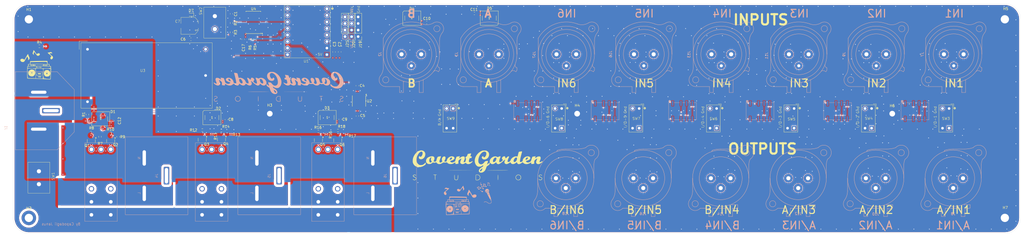
<source format=kicad_pcb>
(kicad_pcb (version 20241229) (generator "pcbnew") (generator_version "9.0")
  (layers (0 "F.Cu" signal) (4 "In1.Cu" signal) (6 "In2.Cu" signal) (2 "B.Cu" signal) (13 "F.Paste" user) (15 "B.Paste" user) (5 "F.SilkS" user "F.Silkscreen") (7 "B.SilkS" user "B.Silkscreen") (1 "F.Mask" user) (3 "B.Mask" user) (25 "Edge.Cuts" user))
  (net 0 "")
  (net 1 "GND")
  (net 2 "On{slash}Off")
  (net 3 "+5V")
  (net 4 "Net-(D1-DIN)")
  (net 5 "Net-(D1-DOUT)")
  (net 6 "Net-(D2-DOUT)")
  (net 7 "Net-(D3-DOUT)")
  (net 8 "Net-(D4-DOUT)")
  (net 9 "Net-(D9-A)")
  (net 10 "Earth")
  (net 11 "NEUT")
  (net 12 "/Phase")
  (net 13 "/Relais1/LINE_Sw")
  (net 14 "/Relais2/LINE_Sw")
  (net 15 "/Relais3/LINE_Sw")
  (net 16 "/Relais_XLR1/IN-")
  (net 17 "/Relais_XLR1/IN+")
  (net 18 "/GNDA")
  (net 19 "/A+")
  (net 20 "/A-")
  (net 21 "/Relais_XLR1/OUT+")
  (net 22 "/Relais_XLR1/OUT-")
  (net 23 "/Relais_XLR2/IN+")
  (net 24 "/Relais_XLR2/IN-")
  (net 25 "/B+")
  (net 26 "/B-")
  (net 27 "/GNDB")
  (net 28 "/Relais_XLR2/OUT+")
  (net 29 "/Relais_XLR2/OUT-")
  (net 30 "/Relais_XLR3/IN+")
  (net 31 "/Relais_XLR3/IN-")
  (net 32 "/Relais_XLR3/OUT+")
  (net 33 "/Relais_XLR3/OUT-")
  (net 34 "/Relais_XLR4/IN+")
  (net 35 "/Relais_XLR4/IN-")
  (net 36 "/Relais_XLR4/OUT+")
  (net 37 "/Relais_XLR4/OUT-")
  (net 38 "/Relais_XLR5/IN-")
  (net 39 "/Relais_XLR5/IN+")
  (net 40 "/Relais_XLR5/OUT-")
  (net 41 "/Relais_XLR5/OUT+")
  (net 42 "/Relais_XLR6/IN-")
  (net 43 "/Relais_XLR6/IN+")
  (net 44 "/Relais_XLR6/OUT-")
  (net 45 "/Relais_XLR6/OUT+")
  (net 46 "Net-(Q1-G)")
  (net 47 "Net-(Q1-D)")
  (net 48 "Net-(Q2-D)")
  (net 49 "Net-(Q2-G)")
  (net 50 "Net-(Q3-G)")
  (net 51 "Net-(Q3-D)")
  (net 52 "Net-(Q4-G)")
  (net 53 "Net-(Q4-D)")
  (net 54 "Net-(Q5-G)")
  (net 55 "Net-(Q5-D)")
  (net 56 "Net-(Q6-G)")
  (net 57 "Net-(Q6-D)")
  (net 58 "/Px")
  (net 59 "Net-(SW2-A)")
  (net 60 "SCL")
  (net 61 "SDA")
  (net 62 "/INA1_1")
  (net 63 "/INA1_2")
  (net 64 "/INA2_1")
  (net 65 "/INA2_2")
  (net 66 "/INA3_1")
  (net 67 "/INA3_2")
  (net 68 "LINE")
  (net 69 "/REV")
  (net 70 "/Co_ReSET")
  (net 71 "/FWD")
  (net 72 "/Co_SET")
  (net 80 "+3.3V")
  (net 82 "/GPIO1")
  (net 83 "/GPIO4")
  (net 85 "/GPIO3")
  (net 87 "/GPIO2")
  (net 93 "/Relais_XLR1/GND_entree")
  (net 94 "/Relais_XLR1/GND_sortie")
  (net 95 "/Relais_XLR2/GND_entree")
  (net 96 "/Relais_XLR2/GND_sortie")
  (net 97 "/Relais_XLR3/GND_entree")
  (net 98 "/Relais_XLR3/GND_sortie")
  (net 99 "/Relais_XLR4/GND_entree")
  (net 100 "/Relais_XLR4/GND_sortie")
  (net 101 "/Relais_XLR5/GND_entree")
  (net 102 "/Relais_XLR5/GND_sortie")
  (net 103 "/Relais_XLR6/GND_entree")
  (net 104 "/Relais_XLR6/GND_sortie")
  (footprint "DIP_Switch:DIP_SW_1x02_P2.54mm" (layer "F.Cu") (at 204 189 -90)
    (property "Reference" "SW9")
    (property "Value" "SW_DIP_x02")
  )
  (footprint "Capacitor:Wurth-100u" (layer "F.Cu") (at 104.21 156.99)
    (property "Reference" "C7")
    (property "Value" "100u")
  )
  (footprint "Switch:Wurth_2pin_P5.0mm" (layer "F.Cu") (at 111.72 158.24 90)
    (property "Reference" "SW2")
    (property "Value" "SW_SPST")
  )
  (footprint "Package_TO_SOT_SMD:SOT-23" (layer "F.Cu") (at 159.3 201.3 -90)
    (property "Reference" "Q6")
    (property "Value" "SQ2310ES-T1_BE3")
  )
  (footprint "MountingHole:MountingHole_3.2mm_M3_DIN965_Pad_TopBottom" (layer "F.Cu") (at 417.6 154.46)
    (property "Reference" "H5")
    (property "Value" "MountingHole_Pad")
  )
  (footprint "Resistor_SMD:R_0603_1608Metric_Pad0.98x0.95mm_HandSolder" (layer "F.Cu") (at 67.26625 199.93375 -90)
    (property "Reference" "R7")
    (property "Value" "470")
  )
  (footprint "Connector_PinHeader_2.54mm:PinHeader_1x04_P2.54mm_Vertical" (layer "F.Cu") (at 164.67 161.16 180)
    (property "Reference" "J20")
    (property "Value" "Conn_01x04")
  )
  (footprint "MountingHole:MountingHole_2.2mm_M2_DIN965_Pad_TopBottom" (layer "F.Cu") (at 252 191)
    (property "Reference" "H4")
    (property "Value" "MountingHole_Pad")
  )
  (footprint "MountingHole:MountingHole_3.2mm_M3_DIN965_Pad_TopBottom" (layer "F.Cu") (at 39.71 231.36)
    (property "Reference" "H2")
    (property "Value" "MountingHole_Pad")
  )
  (footprint "LED_SMD:LED_WS2812B_PLCC4_5.0x5.0mm_P3.2mm" (layer "F.Cu") (at 110.6 192.5 180)
    (property "Reference" "D2")
    (property "Value" "WS2812B")
  )
  (footprint "Resistor_SMD:R_0603_1608Metric_Pad0.98x0.95mm_HandSolder" (layer "F.Cu") (at 43.8 164.9 180)
    (property "Reference" "R4")
    (property "Value" "2k5")
  )
  (footprint "DIP_Switch:DIP_SW_1x02_P2.54mm" (layer "F.Cu") (at 276 189 -90)
    (property "Reference" "SW7")
    (property "Value" "SW_DIP_x02")
  )
  (footprint "MountingHole:MountingHole_2.2mm_M2_DIN965_Pad_TopBottom" (layer "F.Cu") (at 374 191)
    (property "Reference" "H6")
    (property "Value" "MountingHole_Pad")
  )
  (footprint "Resistor_SMD:R_0603_1608Metric_Pad0.98x0.95mm_HandSolder" (layer "F.Cu") (at 127.3 162.2 90)
    (property "Reference" "R5")
    (property "Value" "2k2")
  )
  (footprint "Resistor_SMD:R_0603_1608Metric_Pad0.98x0.95mm_HandSolder" (layer "F.Cu") (at 162.7 199.38 -90)
    (property "Reference" "R17")
    (property "Value" "470")
  )
  (footprint "Capacitor_SMD:C_0603_1608Metric_Pad1.08x0.95mm_HandSolder" (layer "F.Cu") (at 118.16 152.3275 90)
    (property "Reference" "C1")
    (property "Value" "10n")
  )
  (footprint "Capacitor_SMD:C_0603_1608Metric_Pad1.08x0.95mm_HandSolder" (layer "F.Cu") (at 193.76 155.74)
    (property "Reference" "C10")
    (property "Value" "100n")
  )
  (footprint "Resistor_SMD:R_0603_1608Metric_Pad0.98x0.95mm_HandSolder" (layer "F.Cu") (at 159.39 197.51 180)
    (property "Reference" "R18")
    (property "Value" "10k")
  )
  (footprint "DIP_Switch:DIP_SW_1x02_P2.54mm" (layer "F.Cu") (at 246 189 -90)
    (property "Reference" "SW8")
    (property "Value" "SW_DIP_x02")
  )
  (footprint "Resistor_SMD:R_0603_1608Metric_Pad0.98x0.95mm_HandSolder" (layer "F.Cu") (at 154.84 199.2725 -90)
    (property "Reference" "R15")
    (property "Value" "470")
  )
  (footprint "img:LED_0603_avec_dessin" (layer "F.Cu") (at 43.8 174.55)
    (property "Reference" "D9" (hide yes))
    (property "Value" "LED")
  )
  (footprint "Resistor_SMD:R_0603_1608Metric_Pad0.98x0.95mm_HandSolder" (layer "F.Cu") (at 106.89 197.38 180)
    (property "Reference" "R12")
    (property "Value" "10k")
  )
  (footprint "Capacitor_SMD:C_0603_1608Metric_Pad1.08x0.95mm_HandSolder" (layer "F.Cu") (at 212.21 152.21 180)
    (property "Reference" "C11")
    (property "Value" "100n")
  )
  (footprint "Package_TO_SOT_SMD:SOT-23" (layer "F.Cu") (at 71.37 201.56 -90)
    (property "Reference" "Q2")
    (property "Value" "SQ2310ES-T1_BE3")
  )
  (footprint "Resistor_SMD:R_0603_1608Metric_Pad0.98x0.95mm_HandSolder" (layer "F.Cu") (at 63.74 198.32 180)
    (property "Reference" "R8")
    (property "Value" "10k")
  )
  (footprint "Resistor_SMD:R_0603_1608Metric_Pad0.98x0.95mm_HandSolder" (layer "F.Cu") (at 117.97 199.15 -90)
    (property "Reference" "R13")
    (property "Value" "470")
  )
  (footprint "Connector_PinHeader_2.54mm:PinHeader_1x04_P2.54mm_Vertical" (layer "F.Cu") (at 167.21 161.16 180)
    (property "Reference" "J19")
    (property "Value" "Conn_01x04")
  )
  (footprint "Resistor_SMD:R_0603_1608Metric_Pad0.98x0.95mm_HandSolder" (layer "F.Cu") (at 71.42 198.7 180)
    (property "Reference" "R10")
    (property "Value" "10k")
  )
  (footprint "Capacitor_SMD:C_0603_1608Metric_Pad1.08x0.95mm_HandSolder" (layer "F.Cu") (at 102.46 162.19 180)
    (property "Reference" "C6")
    (property "Value" "1u")
  )
  (footprint "Capacitor_SMD:C_0603_1608Metric_Pad1.08x0.95mm_HandSolder" (layer "F.Cu") (at 160.29 193.18 90)
    (property "Reference" "C9")
    (property "Value" "100n")
  )
  (footprint "img:grand_logo_covent" (layer "F.Cu") (at 213.611621 211.527945)
    (property "Reference" "G***" (hide yes))
    (property "Value" "LOGO" (hide yes))
  )
  (footprint "Connector_PinHeader_2.54mm:PinHeader_1x04_P2.54mm_Vertical" (layer "F.Cu") (at 162.13 161.16 180)
    (property "Reference" "J21")
    (property "Value" "Conn_01x04")
  )
  (footprint "Package_TO_SOT_SMD:SOT-23" (layer "F.Cu") (at 106.8 201.1 -90)
    (property "Reference" "Q3")
    (property "Value" "SQ2310ES-T1_BE3")
  )
  (footprint "Package_TO_SOT_SMD:SOT-23" (layer "F.Cu") (at 151.84 201.2725 -90)
    (property "Reference" "Q5")
    (property "Value" "SQ2310ES-T1_BE3")
  )
  (footprint "Resistor_SMD:R_0603_1608Metric_Pad0.98x0.95mm_HandSolder" (layer "F.Cu") (at 125.4 162.2 90)
    (property "Reference" "R6")
    (property "Value" "2k2")
  )
  (footprint "Resistor_SMD:R_0603_1608Metric_Pad0.98x0.95mm_HandSolder" (layer "F.Cu") (at 62.4 191.365 -90)
    (property "Reference" "R1")
    (property "Value" "330")
  )
  (footprint "DIP_Switch:DIP_SW_1x02_P2.54mm" (layer "F.Cu") (at 306 189 -90)
    (property "Reference" "SW6")
    (property "Value" "SW_DIP_x02")
  )
  (footprint "Resistor_SMD:R_0603_1608Metric_Pad0.98x0.95mm_HandSolder" (layer "F.Cu") (at 151.8 197.9 180)
    (property "Reference" "R16")
    (property "Value" "10k")
  )
  (footprint "DIP_Switch:DIP_SW_1x02_P2.54mm" (layer "F.Cu") (at 366 189 -90)
    (property "Reference" "SW4")
    (property "Value" "SW_DIP_x02")
  )
  (footprint "LED_SMD:LED_WS2812B_PLCC4_5.0x5.0mm_P3.2mm" (layer "F.Cu") (at 188 154 180)
    (property "Reference" "D4")
    (property "Value" "WS2812B")
  )
  (footprint "DIP_Switch:DIP_SW_1x02_P2.54mm" (layer "F.Cu") (at 336 189 -90)
    (property "Reference" "SW5")
    (property "Value" "SW_DIP_x02")
  )
  (footprint "Capacitor_SMD:C_0603_1608Metric_Pad1.08x0.95mm_HandSolder" (layer "F.Cu") (at 73.39 193.75 90)
    (property "Reference" "C12")
    (property "Value" "100n")
  )
  (footprint "Capacitor_SMD:C_0603_1608Metric_Pad1.08x0.95mm_HandSolder" (layer "F.Cu") (at 166.91 191.91 -90)
    (property "Reference" "C5")
    (property "Value" "100n")
  )
  (footprint "Capacitor_SMD:C_0603_1608Metric_Pad1.08x0.95mm_HandSolder" (layer "F.Cu") (at 160.08 167.08 90)
    (property "Reference" "C2")
    (property "Value" "4u7")
  )
  (footprint "Diode_SMD:Nexperia_DSN1608-2_1.6x0.8mm" (layer "F.Cu") (at 102.57 152.67 180)
    (property "Reference" "D7")
    (property "Value" "TVS")
  )
  (footprint "Capacitor_SMD:C_0603_1608Metric_Pad1.08x0.95mm_HandSolder" (layer "F.Cu") (at 157.9 167.1 90)
    (property "Reference" "C3")
    (property "Value" "100n")
  )
  (footprint "AD-DC_Module:MP-LDE06-20B05" (layer "F.Cu") (at 62.425 186.38)
    (property "Reference" "U3")
    (property "Value" "~")
  )
  (footprint "Resistor_SMD:R_0603_1608Metric_Pad0.98x0.95mm_HandSolder" (layer "F.Cu") (at 118.18 159.5025 90)
    (property "Reference" "R3")
    (property "Value" "10k")
  )
  (footprint "ESP32_SuperMini:C3_SuperMini" (layer "F.Cu") (at 147.485 159.26 180)
    (property "Reference" "U1")
    (property "Value" "~")
  )
  (footprint "MountingHole:MountingHole_3.2mm_M3_DIN965_Pad_TopBottom" (layer "F.Cu") (at 417.6 231.35)
    (property "Reference" "H7")
    (property "Value" "MountingHole_Pad")
  )
  (footprint "Package_SO:SSOP-24_5.3x8.2mm_P0.65mm" (layer "F.Cu") (at 126.65 155.66 180)
    (property "Reference" "U4")
    (property "Value" "PCF8575DBR")
  )
  (footprint "Switch:Wurth_2pin_P5.0mm" (layer "F.Cu") (at 43.61 218.3 90)
    (property "Reference" "SW1")
    (property "Value" "SW_SPST")
  )
  (footprint "LED_SMD:LED_WS2812B_PLCC4_5.0x5.0mm_P3.2mm" (layer "F.Cu") (at 155.18 192.5 180)
    (property "Reference" "D3")
    (property "Value" "WS2812B")
  )
  (footprint "LED_SMD:LED_WS2812B_PLCC4_5.0x5.0mm_P3.2mm" (layer "F.Cu") (at 218 154)
    (property "Reference" "D5")
    (property "Value" "WS2812B")
  )
  (footprint "Resistor_SMD:R_0603_1608Metric_Pad0.98x0.95mm_HandSolder" (layer "F.Cu") (at 110.54 199.1925 -90)
    (property "Reference" "R11")
    (property "Value" "470")
  )
  (footprint "Resistor_SMD:R_0603_1608Metric_Pad0.98x0.95mm_HandSolder" (layer "F.Cu") (at 118.18 155.905 -90)
    (property "Reference" "R2")
    (property "Value" "10k")
  )
  (footprint "LED_SMD:LED_WS2812B_PLCC4_5.0x5.0mm_P3.2mm" (layer "F.Cu") (at 67.5 193 180)
    (property "Reference" "D1")
    (property "Value" "WS2812B")
  )
  (footprint "Package_TO_SOT_SMD:SOT-23" (layer "F.Cu") (at 114.3 201 -90)
    (property "Reference" "Q4")
    (property "Value" "SQ2310ES-T1_BE3")
  )
  (footprint "Capacitor_SMD:C_0603_1608Metric_Pad1.08x0.95mm_HandSolder" (layer "F.Cu") (at 116.19 193.28 90)
    (property "Reference" "C8")
    (property "Value" "100n")
  )
  (footprint "MountingHole:MountingHole_3.2mm_M3_DIN965_Pad_TopBottom" (layer "F.Cu") (at 39.71 154.46)
    (property "Reference" "H1")
    (property "Value" "MountingHole_Pad")
  )
  (footprint "Capacitor_SMD:C_0603_1608Metric_Pad1.08x0.95mm_HandSolder" (layer "F.Cu") (at 122.7 162.2 90)
    (property "Reference" "C17")
    (property "Value" "100n")
  )
  (footprint "DIP_Switch:DIP_SW_1x02_P2.54mm" (layer "F.Cu") (at 396 189 -90)
    (property "Reference" "SW3")
    (property "Value" "SW_DIP_x02")
  )
  (footprint "MountingHole:MountingHole_2.2mm_M2_DIN965_Pad_TopBottom" (layer "F.Cu") (at 133 191)
    (property "Reference" "H3")
    (property "Value" "MountingHole_Pad")
  )
  (footprint "Package_SO:Diodes_SO-8EP" (layer "F.Cu") (at 167.54 186.1 -90)
    (property "Reference" "U2")
    (property "Value" "ZXBM5210-SP")
  )
  (footprint "Package_TO_SOT_SMD:SOT-23" (layer "F.Cu") (at 63.9 201.56 -90)
    (property "Reference" "Q1")
    (property "Value" "SQ2310ES-T1_BE3")
  )
  (footprint "Capacitor_SMD:C_0603_1608Metric_Pad1.08x0.95mm_HandSolder" (layer "F.Cu") (at 166.88 180.17 90)
    (property "Reference" "C4")
    (property "Value" "1u")
  )
  (footprint "Resistor_SMD:R_0603_1608Metric_Pad0.98x0.95mm_HandSolder" (layer "F.Cu") (at 74.31 199.95 -90)
    (property "Reference" "R9")
    (property "Value" "470")
  )
  (footprint "Resistor_SMD:R_0603_1608Metric_Pad0.98x0.95mm_HandSolder" (layer "F.Cu") (at 114.24 197.5 180)
    (property "Reference" "R14")
    (property "Value" "10k")
  )
  (footprint "Connector_Audio:Jack_XLR_Neutrik_NC3MAAV-1_Vertical" (layer "B.Cu") (at 251.4 216 180)
    (property "Reference" "J18")
    (property "Value" "XLR3")
  )
  (footprint "Connector_Audio:Jack_XLR_Neutrik_NC3FAAV_Vertical" (layer "B.Cu") (at 184 168 180)
    (property "Reference" "J2")
    (property "Value" "XLR3")
  )
  (footprint "Conn_secteur:Conn_Secteur_femelle" (layer "B.Cu") (at 93 215 -90)
    (property "Reference" "J4")
    (property "Value" "Conn_01x03")
  )
  (footprint "Relais_Bistable_SPDT:SPDY_Bistable_1fromC" (layer "B.Cu") (at 155.5 217.5 -90)
    (property "Reference" "U7" (hide yes))
    (property "Value" "~" (hide yes))
  )
  (footprint "Connector_Audio:Jack_XLR_Neutrik_NC3MAAV-1_Vertical" (layer "B.Cu") (at 341.4 216 180)
    (property "Reference" "J12")
    (property "Value" "XLR3")
  )
  (footprint "Connector_Audio:Jack_XLR_Neutrik_NC3FAAV_Vertical" (layer "B.Cu") (at 364 168 180)
    (property "Reference" "J9")
    (property "Value" "XLR3")
  )
  (footprint "Conn_secteur:Conn_Secteur_femelle" (layer "B.Cu") (at 136.6 215 -90)
    (property "Reference" "J5")
    (property "Value" "Conn_01x03")
  )
  (footprint "Connector_Audio:Jack_XLR_Neutrik_NC3FAAV_Vertical" (layer "B.Cu") (at 394 168 180)
    (property "Reference" "J7")
    (property "Value" "XLR3")
  )
  (footprint "img:grand_logo_covent" (layer "B.Cu") (at 136.25 181.1 180)
    (property "Reference" "G***" (hide yes))
    (property "Value" "LOGO" (hide yes))
  )
  (footprint "Connector_Audio:Jack_XLR_Neutrik_NC3MAAV-1_Vertical" (layer "B.Cu") (at 311.4 216 180)
    (property "Reference" "J14")
    (property "Value" "XLR3")
  )
  (footprint "Conn_secteur:Conn_Secteur_femelle" (layer "B.Cu") (at 181.5 215 -90)
    (property "Reference" "J6")
    (property "Value" "Conn_01x03")
  )
  (footprint "Relais_Sig:IM43GR" (layer "B.Cu") (at 319 187)
    (property "Reference" "U10" (hide yes))
    (property "Value" "~")
  )
  (footprint "Connector_Audio:Jack_XLR_Neutrik_NC3MAAV-1_Vertical" (layer "B.Cu") (at 371.4 216 180)
    (property "Reference" "J10")
    (property "Value" "XLR3")
  )
  (footprint "Connector_Audio:Jack_XLR_Neutrik_NC3FAAV_Vertical" (layer "B.Cu") (at 304 168 180)
    (property "Reference" "J13")
    (property "Value" "XLR3")
  )
  (footprint "Relais_Sig:IM43GR" (layer "B.Cu") (at 259 187)
    (property "Reference" "U12" (hide yes))
    (property "Value" "~")
  )
  (footprint "Connector_Audio:Jack_XLR_Neutrik_NC3FAAV_Vertical" (layer "B.Cu") (at 274 168 180)
    (property "Reference" "J15")
    (property "Value" "XLR3")
  )
  (footprint "Relais_Bistable_SPDT:SPDY_Bistable_1fromC" (layer "B.Cu") (at 110.5 217.5 -90)
    (property "Reference" "U6" (hide yes))
    (property "Value" "~" (hide yes))
  )
  (footprint "img:Dessin_CoventGarden" (layer "B.Cu") (at 206.25 224.9 180)
    (property "Reference" "G***" (hide yes))
    (property "Value" "LOGO" (hide yes))
  )
  (footprint "Connector_Audio:Jack_XLR_Neutrik_NC3FAAV_Vertical" (layer "B.Cu") (at 214 168 180)
    (property "Reference" "J3")
    (property "Value" "XLR3")
  )
  (footprint "Relais_Sig:IM43GR" (layer "B.Cu") (at 349 187)
    (property "Reference" "U9" (hide yes))
    (property "Value" "~")
  )
  (footprint "img:dessin_musique" (layer "B.Cu") (at 216.2 221.4 180)
    (property "Reference" "G***" (hide yes))
    (property "Value" "LOGO" (hide yes))
  )
  (footprint "Connector_Audio:Jack_XLR_Neutrik_NC3MAAV-1_Vertical" (layer "B.Cu") (at 281.4 216 180)
    (property "Reference" "J16")
    (property "Value" "XLR3")
  )
  (footprint "Relais_Sig:IM43GR" (layer "B.Cu") (at 229 187)
    (property "Reference" "U13" (hide yes))
    (property "Value" "~")
  )
  (footprint "Connector_Audio:Jack_XLR_Neutrik_NC3FAAV_Vertical" (layer "B.Cu") (at 244 168 180)
    (property "Reference" "J17")
    (property "Value" "XLR3")
  )
  (footprint "Connector_Audio:Jack_XLR_Neutrik_NC3FAAV_Vertical" (layer "B.Cu") (at 334 168 180)
    (property "Reference" "J11")
    (property "Value" "XLR3")
  )
  (footprint "Conn_secteur:Conn_Secteur" (layer "B.Cu") (at 48.28 189.83 90)
    (property "Reference" "J1")
    (property "Value" "Conn_01x03")
  )
  (footprint "Relais_Sig:IM43GR" (layer "B.Cu") (at 289 187)
    (property "Reference" "U11" (hide yes))
    (property "Value" "~")
  )
  (footprint "Connector_Audio:Jack_XLR_Neutrik_NC3MAAV-1_Vertical" (layer "B.Cu") (at 401.4 216 180)
    (property "Reference" "J8")
    (property "Value" "XLR3")
  )
  (footprint "Relais_Sig:IM43GR" (layer "B.Cu") (at 379 187)
    (property "Reference" "U8" (hide yes))
    (property "Value" "~")
  )
  (footprint "Relais_Bistable_SPDT:SPDY_Bistable_1fromC" (layer "B.Cu") (at 67.66 217.5 -90)
    (property "Reference" "U5" (hide yes))
    (property "Value" "~" (hide yes))
  )
  (gr_line (start 33.71 231.36) (end 33.71 154.46) (stroke (width 0.05)) (layer "Edge.Cuts"))
  (gr_arc (start 417.6 148.45) (mid 421.846783 150.217359) (end 423.6 154.47) (stroke (width 0.05)) (layer "Edge.Cuts"))
  (gr_arc (start 39.71 237.36) (mid 35.467359 235.602641) (end 33.71 231.36) (stroke (width 0.05)) (layer "Edge.Cuts"))
  (gr_arc (start 33.71 154.46) (mid 35.467359 150.217359) (end 39.71 148.46) (stroke (width 0.05)) (layer "Edge.Cuts"))
  (gr_arc (start 423.6 231.35) (mid 421.842641 235.592641) (end 417.6 237.35) (stroke (width 0.05)) (layer "Edge.Cuts"))
  (gr_line (start 39.71 148.46) (end 417.6 148.45) (stroke (width 0.05)) (layer "Edge.Cuts"))
  (gr_line (start 423.599999 154.47) (end 423.6 231.35) (stroke (width 0.05)) (layer "Edge.Cuts"))
  (gr_line (start 417.6 237.35) (end 39.71 237.36) (stroke (width 0.05)) (layer "Edge.Cuts"))
  (gr_text "IN4" (at 304 181 0) (layer "F.SilkS") (effects (font (size 3 3) (thickness 0.4) (bold yes)) (justify left bottom)))
  (gr_text "INPUTS\n" (at 312 157 0) (layer "F.SilkS") (effects (font (size 4 4) (thickness 0.8) (bold yes)) (justify left bottom)))
  (gr_text "I/O-2 Gnd" (at 361.24 196.54 90) (layer "F.SilkS") (effects (font (size 1 1) (thickness 0.1)) (justify left bottom)))
  (gr_text "B\n" (at 186 181 0) (layer "F.SilkS") (effects (font (size 3 3) (thickness 0.6) (bold yes)) (justify left bottom)))
  (gr_text "A" (at 216 181 0) (layer "F.SilkS") (effects (font (size 3 3) (thickness 0.6) (bold yes)) (justify left bottom)))
  (gr_text "OUTPUTS\n" (at 310 207 0) (layer "F.SilkS") (effects (font (size 4 4) (thickness 0.8) (bold yes)) (justify left bottom)))
  (gr_text "B/A Gnd" (at 199.34 195.72 90) (layer "F.SilkS") (effects (font (size 1 1) (thickness 0.1)) (justify left bottom)))
  (gr_text "I/O-5 Gnd" (at 271.24 196.52 90) (layer "F.SilkS") (effects (font (size 1 1) (thickness 0.1)) (justify left bottom)))
  (gr_text "I/O-1 Gnd" (at 391.24 196.53 90) (layer "F.SilkS") (effects (font (size 1 1) (thickness 0.1)) (justify left bottom)))
  (gr_text "B/IN4\n" (at 301 230 0) (layer "F.SilkS") (effects (font (size 3 3) (thickness 0.4) (bold yes)) (justify left bottom)))
  (gr_text "I/O-4 Gnd" (at 301.25 196.53 90) (layer "F.SilkS") (effects (font (size 1 1) (thickness 0.1)) (justify left bottom)))
  (gr_text "IN3\n" (at 334 181 0) (layer "F.SilkS") (effects (font (size 3 3) (thickness 0.4) (bold yes)) (justify left bottom)))
  (gr_text "B/IN6" (at 241 230.02 0) (layer "F.SilkS") (effects (font (size 3 3) (thickness 0.4) (bold yes)) (justify left bottom)))
  (gr_text "B/IN5" (at 271 230.02 0) (layer "F.SilkS") (effects (font (size 3 3) (thickness 0.4) (bold yes)) (justify left bottom)))
  (gr_text "I/O-3 Gnd" (at 331.24 196.54 90) (layer "F.SilkS") (effects (font (size 1 1) (thickness 0.1)) (justify left bottom)))
  (gr_text "I/O-6 Gnd" (at 241.24 196.53 90) (layer "F.SilkS") (effects (font (size 1 1) (thickness 0.1)) (justify left bottom)))
  (gr_text "A/IN2\n" (at 361 230.02 0) (layer "F.SilkS") (effects (font (size 3 3) (thickness 0.4) (bold yes)) (justify left bottom)))
  (gr_text "A/IN1\n" (at 391 230 0) (layer "F.SilkS") (effects (font (size 3 3) (thickness 0.4) (bold yes)) (justify left bottom)))
  (gr_text "Vcc" (at 165.31 151.95 90) (layer "F.SilkS") (effects (font (size 1 1) (thickness 0.1)) (justify left bottom)))
  (gr_text "IN2" (at 364 181 0) (layer "F.SilkS") (effects (font (size 3 3) (thickness 0.4) (bold yes)) (justify left bottom)))
  (gr_text "Gnd\n" (at 167.93 152.06 90) (layer "F.SilkS") (effects (font (size 1 1) (thickness 0.1)) (justify left bottom)))
  (gr_text "IN5\n" (at 274 181 0) (layer "F.SilkS") (effects (font (size 3 3) (thickness 0.4) (bold yes)) (justify left bottom)))
  (gr_text "IN6" (at 244 181 0) (layer "F.SilkS") (effects (font (size 3 3) (thickness 0.4) (bold yes)) (justify left bottom)))
  (gr_text "IN1" (at 394 181 0) (layer "F.SilkS") (effects (font (size 3 3) (thickness 0.4) (bold yes)) (justify left bottom)))
  (gr_text "A/IN3" (at 331 230.02 0) (layer "F.SilkS") (effects (font (size 3 3) (thickness 0.4) (bold yes)) (justify left bottom)))
  (gr_text "B/IN5" (at 285.1 236 0) (layer "B.SilkS") (effects (font (size 3 3) (thickness 0.4) (bold yes)) (justify left bottom mirror)))
  (gr_text "B/IN4\n" (at 315.28 236 0) (layer "B.SilkS") (effects (font (size 3 3) (thickness 0.4) (bold yes)) (justify left bottom mirror)))
  (gr_text "3.3V" (at 165.32 162.47 90) (layer "B.SilkS") (effects (font (size 1 1) (thickness 0.1)) (justify left bottom mirror)))
  (gr_text "A/IN2\n" (at 374.35 236 0) (layer "B.SilkS") (effects (font (size 3 3) (thickness 0.4) (bold yes)) (justify left bottom mirror)))
  (gr_text "By Capodagli Janus\n" (at 59.75 234.3 0) (layer "B.SilkS") (effects (font (size 1 1) (thickness 0.1)) (justify left bottom mirror)))
  (gr_text "B/IN6" (at 255.12 236 0) (layer "B.SilkS") (effects (font (size 3 3) (thickness 0.4) (bold yes)) (justify left bottom mirror)))
  (gr_text "A" (at 219.17 154 0) (layer "B.SilkS") (effects (font (size 3 3) (thickness 0.6) (bold yes)) (justify left bottom mirror)))
  (gr_text "B\n" (at 189.74 154 0) (layer "B.SilkS") (effects (font (size 3 3) (thickness 0.6) (bold yes)) (justify left bottom mirror)))
  (gr_text "IN3\n" (at 341.99 154 0) (layer "B.SilkS") (effects (font (size 3 3) (thickness 0.4) (bold yes)) (justify left bottom mirror)))
  (gr_text "A/IN3" (at 344.7 236 0) (layer "B.SilkS") (effects (font (size 3 3) (thickness 0.4) (bold yes)) (justify left bottom mirror)))
  (gr_text "IN1" (at 401.97 154 0) (layer "B.SilkS") (effects (font (size 3 3) (thickness 0.4) (bold yes)) (justify left bottom mirror)))
  (gr_text "IN6" (at 251.96 154 0) (layer "B.SilkS") (effects (font (size 3 3) (thickness 0.4) (bold yes)) (justify left bottom mirror)))
  (gr_text "IN4" (at 312.11 154 0) (layer "B.SilkS") (effects (font (size 3 3) (thickness 0.4) (bold yes)) (justify left bottom mirror)))
  (gr_text "IN2" (at 371.98 154 0) (layer "B.SilkS") (effects (font (size 3 3) (thickness 0.4) (bold yes)) (justify left bottom mirror)))
  (gr_text "IN5\n" (at 281.97 154 0) (layer "B.SilkS") (effects (font (size 3 3) (thickness 0.4) (bold yes)) (justify left bottom mirror)))
  (gr_text "A/IN1\n" (at 404.31 236 0) (layer "B.SilkS") (effects (font (size 3 3) (thickness 0.4) (bold yes)) (justify left bottom mirror)))
  (gr_text "5V" (at 165.29 150.16 90) (layer "B.SilkS") (effects (font (size 1 1) (thickness 0.1)) (justify left bottom mirror)))
  (via (at 156.54 195.56) (size 0.4) (drill 0.3) (layers "F.Cu" "B.Cu") (net 1))
  (via (at 160.76 162.73) (size 0.4) (drill 0.3) (layers "F.Cu" "B.Cu") (net 1))
  (via (at 394.49 163.85) (size 0.4) (drill 0.3) (layers "F.Cu" "B.Cu") (net 1))
  (via (at 57.31 149.43) (size 0.4) (drill 0.3) (layers "F.Cu" "B.Cu") (net 1))
  (via (at 331.49 204.66) (size 0.4) (drill 0.3) (layers "F.Cu" "B.Cu") (net 1))
  (via (at 253.39 193.55) (size 0.4) (drill 0.3) (layers "F.Cu" "B.Cu") (net 1))
  (via (at 69.42 204.11) (size 0.4) (drill 0.3) (layers "F.Cu" "B.Cu") (net 1))
  (via (at 280.34 202.99) (size 0.4) (drill 0.3) (layers "F.Cu" "B.Cu") (net 1))
  (via (at 112.25 204.05) (size 0.4) (drill 0.3) (layers "F.Cu" "B.Cu") (net 1))
  (via (at 65.8 204.12) (size 0.4) (drill 0.3) (layers "F.Cu" "B.Cu") (net 1))
  (via (at 198.89 167.08) (size 0.4) (drill 0.3) (layers "F.Cu" "B.Cu") (net 1))
  (via (at 421.88 226.65) (size 0.4) (drill 0.3) (layers "F.Cu" "B.Cu") (net 1))
  (via (at 153.67 204.16) (size 0.4) (drill 0.3) (layers "F.Cu" "B.Cu") (net 1))
  (via (at 125.07 197.16) (size 0.4) (drill 0.3) (layers "F.Cu" "B.Cu") (net 1))
  (via (at 202.61 187.46) (size 0.4) (drill 0.3) (layers "F.Cu" "B.Cu") (net 1))
  (via (at 357.67 200.57) (size 0.4) (drill 0.3) (layers "F.Cu" "B.Cu") (net 1))
  (via (at 45.31 149.43) (size 0.4) (drill 0.3) (layers "F.Cu" "B.Cu") (net 1))
  (via (at 322.36 235.7) (size 0.4) (drill 0.3) (layers "F.Cu" "B.Cu") (net 1))
  (via (at 421.88 220.65) (size 0.4) (drill 0.3) (layers "F.Cu" "B.Cu") (net 1))
  (via (at 166.15 159.82) (size 0.4) (drill 0.3) (layers "F.Cu" "B.Cu") (net 1))
  (via (at 308.24 160.8) (size 0.4) (drill 0.3) (layers "F.Cu" "B.Cu") (net 1))
  (via (at 153.69 189.47) (size 0.4) (drill 0.3) (layers "F.Cu" "B.Cu") (net 1))
  (via (at 315.31 149.43) (size 0.4) (drill 0.3) (layers "F.Cu" "B.Cu") (net 1))
  (via (at 160.8 164.82) (size 0.4) (drill 0.3) (layers "F.Cu" "B.Cu") (net 1))
  (via (at 290.24 160.8) (size 0.4) (drill 0.3) (layers "F.Cu" "B.Cu") (net 1))
  (via (at 133.6 156.2) (size 0.4) (drill 0.3) (layers "F.Cu" "B.Cu") (net 1))
  (via (at 89.8 191.9) (size 0.4) (drill 0.3) (layers "F.Cu" "B.Cu") (net 1))
  (via (at 75.39 161.3) (size 0.4) (drill 0.3) (layers "F.Cu" "B.Cu") (net 1))
  (via (at 188.55 190.72) (size 0.4) (drill 0.3) (layers "F.Cu" "B.Cu") (net 1))
  (via (at 235.38 191) (size 0.4) (drill 0.3) (layers "F.Cu" "B.Cu") (net 1))
  (via (at 205.86 187.5) (size 0.4) (drill 0.3) (layers "F.Cu" "B.Cu") (net 1))
  (via (at 274.8 212.86) (size 0.4) (drill 0.3) (layers "F.Cu" "B.Cu") (net 1))
  (via (at 164.52 186.5) (size 0.4) (drill 0.3) (layers "F.Cu" "B.Cu") (net 1))
  (via (at 201.31 149.43) (size 0.4) (drill 0.3) (layers "F.Cu" "B.Cu") (net 1))
  (via (at 273.31 149.43) (size 0.4) (drill 0.3) (layers "F.Cu" "B.Cu") (net 1))
  (via (at 292.36 235.7) (size 0.4) (drill 0.3) (layers "F.Cu" "B.Cu") (net 1))
  (via (at 124.68 153.99) (size 0.4) (drill 0.3) (layers "F.Cu" "B.Cu") (net 1))
  (via (at 160.84 195.63) (size 0.4) (drill 0.3) (layers "F.Cu" "B.Cu") (net 1))
  (via (at 308.84 215.44) (size 0.4) (drill 0.3) (layers "F.Cu" "B.Cu") (net 1))
  (via (at 156.5 159.25) (size 0.4) (drill 0.3) (layers "F.Cu" "B.Cu") (net 1))
  (via (at 128.87 154.06) (size 0.4) (drill 0.3) (layers "F.Cu" "B.Cu") (net 1))
  (via (at 269.7 196.97) (size 0.4) (drill 0.3) (layers "F.Cu" "B.Cu") (net 1))
  (via (at 380.59 187.23) (size 0.4) (drill 0.3) (layers "F.Cu" "B.Cu") (net 1))
  (via (at 383.7 196.97) (size 0.4) (drill 0.3) (layers "F.Cu" "B.Cu") (net 1))
  (via (at 421.88 190.65) (size 0.4) (drill 0.3) (layers "F.Cu" "B.Cu") (net 1))
  (via (at 299.99 158.04) (size 0.4) (drill 0.3) (layers "F.Cu" "B.Cu") (net 1))
  (via (at 130.62 169.64) (size 0.4) (drill 0.3) (layers "F.Cu" "B.Cu") (net 1))
  (via (at 339.31 149.43) (size 0.4) (drill 0.3) (layers "F.Cu" "B.Cu") (net 1))
  (via (at 51.38 161.3) (size 0.4) (drill 0.3) (layers "F.Cu" "B.Cu") (net 1))
  (via (at 63.38 161.3) (size 0.4) (drill 0.3) (layers "F.Cu" "B.Cu") (net 1))
  (via (at 151 168.09) (size 0.4) (drill 0.3) (layers "F.Cu" "B.Cu") (net 1))
  (via (at 400.55 212.37) (size 0.4) (drill 0.3) (layers "F.Cu" "B.Cu") (net 1))
  (via (at 242.78 191.69) (size 0.4) (drill 0.3) (layers "F.Cu" "B.Cu") (net 1))
  (via (at 270.54 189.87) (size 0.4) (drill 0.3) (layers "F.Cu" "B.Cu") (net 1))
  (via (at 132.27 160.6) (size 0.4) (drill 0.3) (layers "F.Cu" "B.Cu") (net 1))
  (via (at 222.03 187.49) (size 0.4) (drill 0.3) (layers "F.Cu" "B.Cu") (net 1))
  (via (at 287.7 196.97) (size 0.4) (drill 0.3) (layers "F.Cu" "B.Cu") (net 1))
  (via (at 237.77 201.35) (size 0.4) (drill 0.3) (layers "F.Cu" "B.Cu") (net 1))
  (via (at 63.7 199.4) (size 0.4) (drill 0.3) (layers "F.Cu" "B.Cu") (net 1))
  (via (at 237.31 149.43) (size 0.4) (drill 0.3) (layers "F.Cu" "B.Cu") (net 1))
  (via (at 311.99 158.04) (size 0.4) (drill 0.3) (layers "F.Cu" "B.Cu") (net 1))
  (via (at 383.46 189.97) (size 0.4) (drill 0.3) (layers "F.Cu" "B.Cu") (net 1))
  (via (at 168.01 182.06) (size 0.4) (drill 0.3) (layers "F.Cu" "B.Cu") (net 1))
  (via (at 297.68 193.4) (size 0.4) (drill 0.3) (layers "F.Cu" "B.Cu") (net 1))
  (via (at 363.87 194.98) (size 0.4) (drill 0.3) (layers "F.Cu" "B.Cu") (net 1))
  (via (at 146.31 182.52) (size 0.4) (drill 0.3) (layers "F.Cu" "B.Cu") (net 1))
  (via (at 297.31 149.43) (size 0.4) (drill 0.3) (layers "F.Cu" "B.Cu") (net 1))
  (via (at 216.03 187.49) (size 0.4) (drill 0.3) (layers "F.Cu" "B.Cu") (net 1))
  (via (at 324.97 174.35) (size 0.4) (drill 0.3) (layers "F.Cu" "B.Cu") (net 1))
  (via (at 368.58 215.32) (size 0.4) (drill 0.3) (layers "F.Cu" "B.Cu") (net 1))
  (via (at 187.23 166.33) (size 0.4) (drill 0.3) (layers "F.Cu" "B.Cu") (net 1))
  (via (at 51.31 149.43) (size 0.4) (drill 0.3) (layers "F.Cu" "B.Cu") (net 1))
  (via (at 296.24 160.8) (size 0.4) (drill 0.3) (layers "F.Cu" "B.Cu") (net 1))
  (via (at 355.44 187.52) (size 0.4) (drill 0.3) (layers "F.Cu" "B.Cu") (net 1))
  (via (at 261.31 149.43) (size 0.4) (drill 0.3) (layers "F.Cu" "B.Cu") (net 1))
  (via (at 370.25 202.27) (size 0.4) (drill 0.3) (layers "F.Cu" "B.Cu") (net 1))
  (via (at 211.52 192.8) (size 0.4) (drill 0.3) (layers "F.Cu" "B.Cu") (net 1))
  (via (at 274.6 171.16) (size 0.4) (drill 0.3) (layers "F.Cu" "B.Cu") (net 1))
  (via (at 317.7 196.97) (size 0.4) (drill 0.3) (layers "F.Cu" "B.Cu") (net 1))
  (via (at 153.51 170.95) (size 0.4) (drill 0.3) (layers "F.Cu" "B.Cu") (net 1))
  (via (at 263.7 196.97) (size 0.4) (drill 0.3) (layers "F.Cu" "B.Cu") (net 1))
  (via (at 189.31 149.43) (size 0.4) (drill 0.3) (layers "F.Cu" "B.Cu") (net 1))
  (via (at 401.7 196.97) (size 0.4) (drill 0.3) (layers "F.Cu" "B.Cu") (net 1))
  (via (at 282.54 189.87) (size 0.4) (drill 0.3) (layers "F.Cu" "B.Cu") (net 1))
  (via (at 180.92 192.9) (size 0.4) (drill 0.3) (layers "F.Cu" "B.Cu") (net 1))
  (via (at 238.36 235.7) (size 0.4) (drill 0.3) (layers "F.Cu" "B.Cu") (net 1))
  (via (at 207.35 192.81) (size 0.4) (drill 0.3) (layers "F.Cu" "B.Cu") (net 1))
  (via (at 268.27 186.45) (size 0.4) (drill 0.3) (layers "F.Cu" "B.Cu") (net 1))
  (via (at 196.36 235.7) (size 0.4) (drill 0.3) (layers "F.Cu" "B.Cu") (net 1))
  (via (at 156.5 153.65) (size 0.4) (drill 0.3) (layers "F.Cu" "B.Cu") (net 1))
  (via (at 274.8 208.05) (size 0.4) (drill 0.3) (layers "F.Cu" "B.Cu") (net 1))
  (via (at 137.29 169.44) (size 0.4) (drill 0.3) (layers "F.Cu" "B.Cu") (net 1))
  (via (at 305.11 177.25) (size 0.4) (drill 0.3) (layers "F.Cu" "B.Cu") (net 1))
  (via (at 295.01 180.02) (size 0.4) (drill 0.3) (layers "F.Cu" "B.Cu") (net 1))
  (via (at 137.11 197.04) (size 0.4) (drill 0.3) (layers "F.Cu" "B.Cu") (net 1))
  (via (at 369.95 184.22) (size 0.4) (drill 0.3) (layers "F.Cu" "B.Cu") (net 1))
  (via (at 112.8 195.67) (size 0.4) (drill 0.3) (layers "F.Cu" "B.Cu") (net 1))
  (via (at 147.43 179.87) (size 0.4) (drill 0.3) (layers "F.Cu" "B.Cu") (net 1))
  (via (at 112.28 205.41) (size 0.4) (drill 0.3) (layers "F.Cu" "B.Cu") (net 1))
  (via (at 64.9 188.41) (size 0.4) (drill 0.3) (layers "F.Cu" "B.Cu") (net 1))
  (via (at 293.99 158.04) (size 0.4) (drill 0.3) (layers "F.Cu" "B.Cu") (net 1))
  (via (at 384.84 179.96) (size 0.4) (drill 0.3) (layers "F.Cu" "B.Cu") (net 1))
  (via (at 116.68 190.19) (size 0.4) (drill 0.3) (layers "F.Cu" "B.Cu") (net 1))
  (via (at 392.99 171.06) (size 0.4) (drill 0.3) (layers "F.Cu" "B.Cu") (net 1))
  (via (at 111.39 196.8) (size 0.4) (drill 0.3) (layers "F.Cu" "B.Cu") (net 1))
  (via (at 227.7 196.97) (size 0.4) (drill 0.3) (layers "F.Cu" "B.Cu") (net 1))
  (via (at 122.18 174.56) (size 0.4) (drill 0.3) (layers "F.Cu" "B.Cu") (net 1))
  (via (at 391.09 166.19) (size 0.4) (drill 0.3) (layers "F.Cu" "B.Cu") (net 1))
  (via (at 190.33 229.67) (size 0.4) (drill 0.3) (layers "F.Cu" "B.Cu") (net 1))
  (via (at 121.61 157.41) (size 0.4) (drill 0.3) (layers "F.Cu" "B.Cu") (net 1))
  (via (at 316.36 235.7) (size 0.4) (drill 0.3) (layers "F.Cu" "B.Cu") (net 1))
  (via (at 124.7 156.23) (size 0.4) (drill 0.3) (layers "F.Cu" "B.Cu") (net 1))
  (via (at 128.89 156.3) (size 0.4) (drill 0.3) (layers "F.Cu" "B.Cu") (net 1))
  (via (at 244.98 183.21) (size 0.4) (drill 0.3) (layers "F.Cu" "B.Cu") (net 1))
  (via (at 345.31 149.43) (size 0.4) (drill 0.3) (layers "F.Cu" "B.Cu") (net 1))
  (via (at 351.19 193.65) (size 0.4) (drill 0.3) (layers "F.Cu" "B.Cu") (net 1))
  (via (at 248.58 193.56) (size 0.4) (drill 0.3) (layers "F.Cu" "B.Cu") (net 1))
  (via (at 328.62 164.09) (size 0.4) (drill 0.3) (layers "F.Cu" "B.Cu") (net 1))
  (via (at 252.77 208.25) (size 0.4) (drill 0.3) (layers "F.Cu" "B.Cu") (net 1))
  (via (at 334.62 164.09) (size 0.4) (drill 0.3) (layers "F.Cu" "B.Cu") (net 1))
  (via (at 398.88 169.4) (size 0.4) (drill 0.3) (layers "F.Cu" "B.Cu") (net 1))
  (via (at 243.91 203.22) (size 0.4) (drill 0.3) (layers "F.Cu" "B.Cu") (net 1))
  (via (at 106.22 166.98) (size 0.4) (drill 0.3) (layers "F.Cu" "B.Cu") (net 1))
  (via (at 208.36 235.7) (size 0.4) (drill 0.3) (layers "F.Cu" "B.Cu") (net 1))
  (via (at 388.07 200.39) (size 0.4) (drill 0.3) (layers "F.Cu" "B.Cu") (net 1))
  (via (at 385.52 187.01) (size 0.4) (drill 0.3) (layers "F.Cu" "B.Cu") (net 1))
  (via (at 311.7 196.97) (size 0.4) (drill 0.3) (layers "F.Cu" "B.Cu") (net 1))
  (via (at 214.36 235.7) (size 0.4) (drill 0.3) (layers "F.Cu" "B.Cu") (net 1))
  (via (at 388.09 186) (size 0.4) (drill 0.3) (layers "F.Cu" "B.Cu") (net 1))
  (via (at 119.17 160.86) (size 0.4) (drill 0.3) (layers "F.Cu" "B.Cu") (net 1))
  (via (at 223.58 165.88) (size 0.4) (drill 0.3) (layers "F.Cu" "B.Cu") (net 1))
  (via (at 102 163.96) (size 0.4) (drill 0.3) (layers "F.Cu" "B.Cu") (net 1))
  (via (at 202.36 235.7) (size 0.4) (drill 0.3) (layers "F.Cu" "B.Cu") (net 1))
  (via (at 352.36 235.7) (size 0.4) (drill 0.3) (layers "F.Cu" "B.Cu") (net 1))
  (via (at 293.7 196.97) (size 0.4) (drill 0.3) (layers "F.Cu" "B.Cu") (net 1))
  (via (at 171.31 149.43) (size 0.4) (drill 0.3) (layers "F.Cu" "B.Cu") (net 1))
  (via (at 156.64 197.28) (size 0.4) (drill 0.3) (layers "F.Cu" "B.Cu") (net 1))
  (via (at 421.88 154.65) (size 0.4) (drill 0.3) (layers "F.Cu" "B.Cu") (net 1))
  (via (at 353.08 191.63) (size 0.4) (drill 0.3) (layers "F.Cu" "B.Cu") (net 1))
  (via (at 366.34 215.17) (size 0.4) (drill 0.3) (layers "F.Cu" "B.Cu") (net 1))
  (via (at 377.7 196.97) (size 0.4) (drill 0.3) (layers "F.Cu" "B.Cu") (net 1))
  (via (at 312.93 207.59) (size 0.4) (drill 0.3) (layers "F.Cu" "B.Cu") (net 1))
  (via (at 295.52 189.8) (size 0.4) (drill 0.3) (layers "F.Cu" "B.Cu") (net 1))
  (via (at 400.65 202.09) (size 0.4) (drill 0.3) (layers "F.Cu" "B.Cu") (net 1))
  (via (at 137.29 161.78) (size 0.4) (drill 0.3) (layers "F.Cu" "B.Cu") (net 1))
  (via (at 281.7 196.97) (size 0.4) (drill 0.3) (layers "F.Cu" "B.Cu") (net 1))
  (via (at 384.84 173.96) (size 0.4) (drill 0.3) (layers "F.Cu" "B.Cu") (net 1))
  (via (at 163.24 159.8) (size 0.4) (drill 0.3) (layers "F.Cu" "B.Cu") (net 1))
  (via (at 142.03 174.46) (size 0.4) (drill 0.3) (layers "F.Cu" "B.Cu") (net 1))
  (via (at 238.65 174.5) (size 0.4) (drill 0.3) (layers "F.Cu" "B.Cu") (net 1))
  (via (at 314.38 163.25) (size 0.4) (drill 0.3) (layers "F.Cu" "B.Cu") (net 1))
  (via (at 155.89 189.46) (size 0.4) (drill 0.3) (layers "F.Cu" "B.Cu") (net 1))
  (via (at 274.36 235.7) (size 0.4) (drill 0.3) (layers "F.Cu" "B.Cu") (net 1))
  (via (at 394.21 202.26) (size 0.4) (drill 0.3) (layers "F.Cu" "B.Cu") (net 1))
  (via (at 293.17 184.44) (size 0.4) (drill 0.3) (layers "F.Cu" "B.Cu") (net 1))
  (via (at 309.23 184.37) (size 0.4) (drill 0.3) (layers "F.Cu" "B.Cu") (net 1))
  (via (at 354.94 175.75) (size 0.4) (drill 0.3) (layers "F.Cu" "B.Cu") (net 1))
  (via (at 168.92 192.9) (size 0.4) (drill 0.3) (layers "F.Cu" "B.Cu") (net 1))
  (via (at 303.03 177.26) (size 0.4) (drill 0.3) (layers "F.Cu" "B.Cu") (net 1))
  (via (at 298.26 168.06) (size 0.4) (drill 0.3) (layers "F.Cu" "B.Cu") (net 1))
  (via (at 380.78 191.55) (size 0.4) (drill 0.3) (layers "F.Cu" "B.Cu") (net 1))
  (via (at 280.37 208.08) (size 0.4) (drill 0.3) (layers "F.Cu" "B.Cu") (net 1))
  (via (at 260.24 160.8) (size 0.4) (drill 0.3) (layers "F.Cu" "B.Cu") (net 1))
  (via (at 368.88 169.28) (size 0.4) (drill 0.3) (layers "F.Cu" "B.Cu") (net 1))
  (via (at 145.34 163.65) (size 0.4) (drill 0.3) (layers "F.Cu" "B.Cu") (net 1))
  (via (at 232.36 235.7) (size 0.4) (drill 0.3) (layers "F.Cu" "B.Cu") (net 1))
  (via (at 228.09 188.07) (size 0.4) (drill 0.3) (layers "F.Cu" "B.Cu") (net 1))
  (via (at 370.15 212.55) (size 0.4) (drill 0.3) (layers "F.Cu" "B.Cu") (net 1))
  (via (at 308.83 167.09) (size 0.4) (drill 0.3) (layers "F.Cu" "B.Cu") (net 1))
  (via (at 308.89 169.29) (size 0.4) (drill 0.3) (layers "F.Cu" "B.Cu") (net 1))
  (via (at 304.07 202.56) (size 0.4) (drill 0.3) (layers "F.Cu" "B.Cu") (net 1))
  (via (at 184.17 186.03) (size 0.4) (drill 0.3) (layers "F.Cu" "B.Cu") (net 1))
  (via (at 155.65 177.07) (size 0.4) (drill 0.3) (layers "F.Cu" "B.Cu") (net 1))
  (via (at 207.28 152.5) (size 0.4) (drill 0.3) (layers "F.Cu" "B.Cu") (net 1))
  (via (at 340.53 207.84) (size 0.4) (drill 0.3) (layers "F.Cu" "B.Cu") (net 1))
  (via (at 355.58 193.59) (size 0.4) (drill 0.3) (layers "F.Cu" "B.Cu") (net 1))
  (via (at 263.99 158.04) (size 0.4) (drill 0.3) (layers "F.Cu" "B.Cu") (net 1))
  (via (at 329.7 196.97) (size 0.4) (drill 0.3) (layers "F.Cu" "B.Cu") (net 1))
  (via (at 363.31 149.43) (size 0.4) (drill 0.3) (layers "F.Cu" "B.Cu") (net 1))
  (via (at 364.36 235.7) (size 0.4) (drill 0.3) (layers "F.Cu" "B.Cu") (net 1))
  (via (at 213.31 149.43) (size 0.4) (drill 0.3) (layers "F.Cu" "B.Cu") (net 1))
  (via (at 340.36 235.7) (size 0.4) (drill 0.3) (layers "F.Cu" "B.Cu") (net 1))
  (via (at 389.7 196.97) (size 0.4) (drill 0.3) (layers "F.Cu" "B.Cu") (net 1))
  (via (at 250.35 203.05) (size 0.4) (drill 0.3) (layers "F.Cu" "B.Cu") (net 1))
  (via (at 113.628946 179.392084) (size 0.4) (drill 0.3) (layers "F.Cu" "B.Cu") (net 1))
  (via (at 137.5 187.8) (size 0.4) (drill 0.3) (layers "F.Cu" "B.Cu") (net 1))
  (via (at 150.36 149.45) (size 0.4) (drill 0.3) (layers "F.Cu" "B.Cu") (net 1))
  (via (at 338.83 215.8) (size 0.4) (drill 0.3) (layers "F.Cu" "B.Cu") (net 1))
  (via (at 249.31 149.43) (size 0.4) (drill 0.3) (layers "F.Cu" "B.Cu") (net 1))
  (via (at 190.33 211.67) (size 0.4) (drill 0.3) (layers "F.Cu" "B.Cu") (net 1))
  (via (at 327.38 192.96) (size 0.4) (drill 0.3) (layers "F.Cu" "B.Cu") (net 1))
  (via (at 176.26 160.02) (size 0.4) (drill 0.3) (layers "F.Cu" "B.Cu") (net 1))
  (via (at 359.72 164.17) (size 0.4) (drill 0.3) (layers "F.Cu" "B.Cu") (net 1))
  (via (at 114.22 196.95) (size 0.4) (drill 0.3) (layers "F.Cu" "B.Cu") (net 1))
  (via (at 421.88 166.65) (size 0.4) (drill 0.3) (layers "F.Cu" "B.Cu") (net 1))
  (via (at 405.31 149.43) (size 0.4) (drill 0.3) (layers "F.Cu" "B.Cu") (net 1))
  (via (at 304.81 163.69) (size 0.4) (drill 0.3) (layers "F.Cu" "B.Cu") (net 1))
  (via (at 255.66 186.51) (size 0.4) (drill 0.3) (layers "F.Cu" "B.Cu") (net 1))
  (via (at 35.57 153.23) (size 0.4) (drill 0.3) (layers "F.Cu" "B.Cu") (net 1))
  (via (at 210.31 166.97) (size 0.4) (drill 0.3) (layers "F.Cu" "B.Cu") (net 1))
  (via (at 328.22 186.39) (size 0.4) (drill 0.3) (layers "F.Cu" "B.Cu") (net 1))
  (via (at 286.36 235.7) (size 0.4) (drill 0.3) (layers "F.Cu" "B.Cu") (net 1))
  (via (at 156.54 164.82) (size 0.4) (drill 0.3) (layers "F.Cu" "B.Cu") (net 1))
  (via (at 376.67 189.81) (size 0.4) (drill 0.3) (layers "F.Cu" "B.Cu") (net 1))
  (via (at 165.37 182.07) (size 0.4) (drill 0.3) (layers "F.Cu" "B.Cu") (net 1))
  (via (at 103.8 191.9) (size 0.4) (drill 0.3) (layers "F.Cu" "B.Cu") (net 1))
  (via (at 310.41 212.67) (size 0.4) (drill 0.3) (layers "F.Cu" "B.Cu") (net 1))
  (via (at 402.97 202.13) (size 0.4) (drill 0.3) (layers "F.Cu" "B.Cu") (net 1))
  (via (at 130.62 167.64) (size 0.4) (drill 0.3) (layers "F.Cu" "B.Cu") (net 1))
  (via (at 161.52 171.13) (size 0.4) (drill 0.3) (layers "F.Cu" "B.Cu") (net 1))
  (via (at 254.24 160.8) (size 0.4) (drill 0.3) (layers "F.Cu" "B.Cu") (net 1))
  (via (at 354.94 169.75) (size 0.4) (drill 0.3) (layers "F.Cu" "B.Cu") (net 1))
  (via (at 248.6 195.35) (size 0.4) (drill 0.3) (layers "F.Cu" "B.Cu") (net 1))
  (via (at 109.89 196.87) (size 0.4) (drill 0.3) (layers "F.Cu" "B.Cu") (net 1))
  (via (at 141.99 156.52) (size 0.4) (drill 0.3) (layers "F.Cu" "B.Cu") (net 1))
  (via (at 328.36 235.7) (size 0.4) (drill 0.3) (layers "F.Cu" "B.Cu") (net 1))
  (via (at 137.27 166.79) (size 0.4) (drill 0.3) (layers "F.Cu" "B.Cu") (net 1))
  (via (at 282.55 191.78) (size 0.4) (drill 0.3) (layers "F.Cu" "B.Cu") (net 1))
  (via (at 170.19 186.09) (size 0.4) (drill 0.3) (layers "F.Cu" "B.Cu") (net 1))
  (via (at 278.67 216.04) (size 0.4) (drill 0.3) (layers "F.Cu" "B.Cu") (net 1))
  (via (at 116.74 154.03) (size 0.4) (drill 0.3) (layers "F.Cu" "B.Cu") (net 1))
  (via (at 403.07 207.29) (size 0.4) (drill 0.3) (layers "F.Cu" "B.Cu") (net 1))
  (via (at 272.52 177.17) (size 0.4) (drill 0.3) (layers "F.Cu" "B.Cu") (net 1))
  (via (at 335.04 183.16) (size 0.4) (drill 0.3) (layers "F.Cu" "B.Cu") (net 1))
  (via (at 400.36 235.7) (size 0.4) (drill 0.3) (layers "F.Cu" "B.Cu") (net 1))
  (via (at 87.39 161.3) (size 0.4) (drill 0.3) (layers "F.Cu" "B.Cu") (net 1))
  (via (at 335.54 191.92) (size 0.4) (drill 0.3) (layers "F.Cu" "B.Cu") (net 1))
  (via (at 291.31 149.43) (size 0.4) (drill 0.3) (layers "F.Cu" "B.Cu") (net 1))
  (via (at 235.4 168.46) (size 0.4) (drill 0.3) (layers "F.Cu" "B.Cu") (net 1))
  (via (at 240.37 184.27) (size 0.4) (drill 0.3) (layers "F.Cu" "B.Cu") (net 1))
  (via (at 215.7 196.97) (size 0.4) (drill 0.3) (layers "F.Cu" "B.Cu") (net 1))
  (via (at 117.31 149.43) (size 0.4) (drill 0.3) (layers "F.Cu" "B.Cu") (net 1))
  (via (at 239.07 189.19) (size 0.4) (drill 0.3) (layers "F.Cu" "B.Cu") (net 1))
  (via (at 235.4 174.46) (size 0.4) (drill 0.3) (layers "F.Cu" "B.Cu") (net 1))
  (via (at 305.11 171.25) (size 0.4) (drill 0.3) (layers "F.Cu" "B.Cu") (net 1))
  (via (at 383.23 186.92) (size 0.4) (drill 0.3) (layers "F.Cu" "B.Cu") (net 1))
  (via (at 116.79 151.08) (size 0.4) (drill 0.3) (layers "F.Cu" "B.Cu") (net 1))
  (via (at 52.9 196.5) (size 0.4) (drill 0.3) (layers "F.Cu" "B.Cu") (net 1))
  (via (at 387.31 149.43) (size 0.4) (drill 0.3) (layers "F.Cu" "B.Cu") (net 1))
  (via (at 295.01 168.02) (size 0.4) (drill 0.3) (layers "F.Cu" "B.Cu") (net 1))
  (via (at 364.71 212.14) (size 0.4) (drill 0.3) (layers "F.Cu" "B.Cu") (net 1))
  (via (at 250.87 200.38) (size 0.4) (drill 0.3) (layers "F.Cu" "B.Cu") (net 1))
  (via (at 143.11 197.04) (size 0.4) (drill 0.3) (layers "F.Cu" "B.Cu") (net 1))
  (via (at 45.38 161.3) (size 0.4) (drill 0.3) (layers "F.Cu" "B.Cu") (net 1))
  (via (at 89.8 197.9) (size 0.4) (drill 0.3) (layers "F.Cu" "B.Cu") (net 1))
  (via (at 279.31 149.43) (size 0.4) (drill 0.3) (layers "F.Cu" "B.Cu") (net 1))
  (via (at 223.63 169.58) (size 0.4) (drill 0.3) (layers "F.Cu" "B.Cu") (net 1))
  (via (at 164.75 192.91) (size 0.4) (drill 0.3) (layers "F.Cu" "B.Cu") (net 1))
  (via (at 318.29 163.72) (size 0.4) (drill 0.3) (layers "F.Cu" "B.Cu") (net 1))
  (via (at 310.36 235.7) (size 0.4) (drill 0.3) (layers "F.Cu" "B.Cu") (net 1))
  (via (at 238.65 186.5) (size 0.4) (drill 0.3) (layers "F.Cu" "B.Cu") (net 1))
  (via (at 332.96 183.17) (size 0.4) (drill 0.3) (layers "F.Cu" "B.Cu") (net 1))
  (via (at 68.37 191.84) (size 0.4) (drill 0.3) (layers "F.Cu" "B.Cu") (net 1))
  (via (at 160.76 153.65) (size 0.4) (drill 0.3) (layers "F.Cu" "B.Cu") (net 1))
  (via (at 346.36 235.7) (size 0.4) (drill 0.3) (layers "F.Cu" "B.Cu") (net 1))
  (via (at 156.5 156.25) (size 0.4) (drill 0.3) (layers "F.Cu" "B.Cu") (net 1))
  (via (at 335.04 171.16) (size 0.4) (drill 0.3) (layers "F.Cu" "B.Cu") (net 1))
  (via (at 173.22 159.55) (size 0.4) (drill 0.3) (layers "F.Cu" "B.Cu") (net 1))
  (via (at 52.9 214.5) (size 0.4) (drill 0.3) (layers "F.Cu" "B.Cu") (net 1))
  (via (at 155.93 192.37) (size 0.4) (drill 0.3) (layers "F.Cu" "B.Cu") (net 1))
  (via (at 114.06 157.49) (size 0.4) (drill 0.3) (layers "F.Cu" "B.Cu") (net 1))
  (via (at 150.78 190.93) (size 0.4) (drill 0.3) (layers "F.Cu" "B.Cu") (net 1))
  (via (at 239.7 196.97) (size 0.4) (drill 0.3) (layers "F.Cu" "B.Cu") (net 1))
  (via (at 259.35 195.17) (size 0.4) (drill 0.3) (layers "F.Cu" "B.Cu") (net 1))
  (via (at 257.7 196.97) (size 0.4) (drill 0.3) (layers "F.Cu" "B.Cu") (net 1))
  (via (at 395.11 207.15) (size 0.4) (drill 0.3) (layers "F.Cu" "B.Cu") (net 1))
  (via (at 160.07 186.45) (size 0.4) (drill 0.3) (layers "F.Cu" "B.Cu") (net 1))
  (via (at 274.6 177.16) (size 0.4) (drill 0.3) (layers "F.Cu" "B.Cu") (net 1))
  (via (at 109.92 187.82) (size 0.4) (drill 0.3) (layers "F.Cu" "B.Cu") (net 1))
  (via (at 353.7 196.97) (size 0.4) (drill 0.3) (layers "F.Cu" "B.Cu") (net 1))
  (via (at 127.12 167.64) (size 0.4) (drill 0.3) (layers "F.Cu" "B.Cu") (net 1))
  (via (at 135.87 159.93) (size 0.4) (drill 0.3) (layers "F.Cu" "B.Cu") (net 1))
  (via (at 116.34 197.13) (size 0.4) (drill 0.3) (layers "F.Cu" "B.Cu") (net 1))
  (via (at 223.61 164.09) (size 0.4) (drill 0.3) (layers "F.Cu" "B.Cu") (net 1))
  (via (at 128.43 163.3) (size 0.4) (drill 0.3) (layers "F.Cu" "B.Cu") (net 1))
  (via (at 57.38 161.3) (size 0.4) (drill 0.3) (layers "F.Cu" "B.Cu") (net 1))
  (via (at 111.94 198.52) (size 0.4) (drill 0.3) (layers "F.Cu" "B.Cu") (net 1))
  (via (at 109.89 193.46) (size 0.4) (drill 0.3) (layers "F.Cu" "B.Cu") (net 1))
  (via (at 68.4 196.7) (size 0.4) (drill 0.3) (layers "F.Cu" "B.Cu") (net 1))
  (via (at 152.49 156.4) (size 0.4) (drill 0.3) (layers "F.Cu" "B.Cu") (net 1))
  (via (at 242.9 177.22) (size 0.4) (drill 0.3) (layers "F.Cu" "B.Cu") (net 1))
  (via (at 360.04 189.65) (size 0.4) (drill 0.3) (layers "F.Cu" "B.Cu") (net 1))
  (via (at 177.89 154.44) (size 0.4) (drill 0.3) (layers "F.Cu" "B.Cu") (net 1))
  (via (at 102.7 153.61) (size 0.4) (drill 0.3) (layers "F.Cu" "B.Cu") (net 1))
  (via (at 311.03 199.72) (size 0.4) (drill 0.3) (layers "F.Cu" "B.Cu") (net 1))
  (via (at 177.31 149.43) (size 0.4) (drill 0.3) (layers "F.Cu" "B.Cu") (net 1))
  (via (at 333.31 149.43) (size 0.4) (drill 0.3) (layers "F.Cu" "B.Cu") (net 1))
  (via (at 242.9 171.22) (size 0.4) (drill 0.3) (layers "F.Cu" "B.Cu") (net 1))
  (via (at 116.67 159.47) (size 0.4) (drill 0.3) (layers "F.Cu" "B.Cu") (net 1))
  (via (at 276.43 215.89) (size 0.4) (drill 0.3) (layers "F.Cu" "B.Cu") (net 1))
  (via (at 188.76 186.17) (size 0.4) (drill 0.3) (layers "F.Cu" "B.Cu") (net 1))
  (via (at 421.88 184.65) (size 0.4) (drill 0.3) (layers "F.Cu" "B.Cu") (net 1))
  (via (at 261.66 184.27) (size 0.4) (drill 0.3) (layers "F.Cu" "B.Cu") (net 1))
  (via (at 103.35 151.57) (size 0.4) (drill 0.3) (layers "F.Cu" "B.Cu") (net 1))
  (via (at 114.6 190.77) (size 0.4) (drill 0.3) (layers "F.Cu" "B.Cu") (net 1))
  (via (at 406.36 235.7) (size 0.4) (drill 0.3) (layers "F.Cu" "B.Cu") (net 1))
  (via (at 201.28 152.5) (size 0.4) (drill 0.3) (layers "F.Cu" "B.Cu") (net 1))
  (via (at 393.31 149.43) (size 0.4) (drill 0.3) (layers "F.Cu" "B.Cu") (net 1))
  (via (at 69.45 205.47) (size 0.4) (drill 0.3) (layers "F.Cu" "B.Cu") (net 1))
  (via (at 190.33 205.67) (size 0.4) (drill 0.3) (layers "F.Cu" "B.Cu") (net 1))
  (via (at 64.93 192.39) (size 0.4) (drill 0.3) (layers "F.Cu" "B.Cu") (net 1))
  (via (at 183.31 149.43) (size 0.4) (drill 0.3) (layers "F.Cu" "B.Cu") (net 1))
  (via (at 385.61 190.01) (size 0.4) (drill 0.3) (layers "F.Cu" "B.Cu") (net 1))
  (via (at 64.93 189.77) (size 0.4) (drill 0.3) (layers "F.Cu" "B.Cu") (net 1))
  (via (at 246.44 215.95) (size 0.4) (drill 0.3) (layers "F.Cu" "B.Cu") (net 1))
  (via (at 229.63 169.58) (size 0.4) (drill 0.3) (layers "F.Cu" "B.Cu") (net 1))
  (via (at 265.46 186.49) (size 0.4) (drill 0.3) (layers "F.Cu" "B.Cu") (net 1))
  (via (at 220.36 235.7) (size 0.4) (drill 0.3) (layers "F.Cu" "B.Cu") (net 1))
  (via (at 179.31 156.58) (size 0.4) (drill 0.3) (layers "F.Cu" "B.Cu") (net 1))
  (via (at 104.22 153.02) (size 0.4) (drill 0.3) (layers "F.Cu" "B.Cu") (net 1))
  (via (at 421.88 214.65) (size 0.4) (drill 0.3) (layers "F.Cu" "B.Cu") (net 1))
  (via (at 89.8 182.4) (size 0.4) (drill 0.3) (layers "F.Cu" "B.Cu") (net 1))
  (via (at 235.36 189.21) (size 0.4) (drill 0.3) (layers "F.Cu" "B.Cu") (net 1))
  (via (at 121.62 162.03) (size 0.4) (drill 0.3) (layers "F.Cu" "B.Cu") (net 1))
  (via (at 399.31 149.43) (size 0.4) (drill 0.3) (layers "F.Cu" "B.Cu") (net 1))
  (via (at 388.09 168) (size 0.4) (drill 0.3) (layers "F.Cu" "B.Cu") (net 1))
  (via (at 160.76 159.25) (size 0.4) (drill 0.3) (layers "F.Cu" "B.Cu") (net 1))
  (via (at 278.66 167.18) (size 0.4) (drill 0.3) (layers "F.Cu" "B.Cu") (net 1))
  (via (at 157.01 186.5) (size 0.4) (drill 0.3) (layers "F.Cu" "B.Cu") (net 1))
  (via (at 363.81 202.44) (size 0.4) (drill 0.3) (layers "F.Cu" "B.Cu") (net 1))
  (via (at 238.65 180.5) (size 0.4) (drill 0.3) (layers "F.Cu" "B.Cu") (net 1))
  (via (at 134.23 167.06) (size 0.4) (drill 0.3) (layers "F.Cu" "B.Cu") (net 1))
  (via (at 341.02 200.08) (size 0.4) (drill 0.3) (layers "F.Cu" "B.Cu") (net 1))
  (via (at 295.01 174.02) (size 0.4) (drill 0.3) (layers "F.Cu" "B.Cu") (net 1))
  (via (at 421.88 208.65) (size 0.4) (drill 0.3) (layers "F.Cu" "B.Cu") (net 1))
  (via (at 328.22 174.39) (size 0.4) (drill 0.3) (layers "F.Cu" "B.Cu") (net 1))
  (via (at 352.02 184.47) (size 0.4) (drill 0.3) (layers "F.Cu" "B.Cu") (net 1))
  (via (at 305.99 158.04) (size 0.4) (drill 0.3) (layers "F.Cu" "B.Cu") (net 1))
  (via (at 174.36 187.91) (size 0.4) (drill 0.3) (layers "F.Cu" "B.Cu") (net 1))
  (via (at 226.36 235.7) (size 0.4) (drill 0.3) (layers "F.Cu" "B.Cu") (net 1))
  (via (at 162.76 184.26) (size 0.4) (drill 0.3) (layers "F.Cu" "B.Cu") (net 1))
  (via (at 325.53 186.35) (size 0.4) (drill 0.3) (layers "F.Cu" "B.Cu") (net 1))
  (via (at 230.92 188.63) (size 0.4) (drill 0.3) (layers "F.Cu" "B.Cu") (net 1))
  (via (at 421.88 202.65) (size 0.4) (drill 0.3) (layers "F.Cu" "B.Cu") (net 1))
  (via (at 137.5 189.65) (size 0.4) (drill 0.3) (layers "F.Cu" "B.Cu") (net 1))
  (via (at 119.07 197.16) (size 0.4) (drill 0.3) (layers "F.Cu" "B.Cu") (net 1))
  (via (at 239.02 163.83) (size 0.4) (drill 0.3) (layers "F.Cu" "B.Cu") (net 1))
  (via (at 303.31 149.43) (size 0.4) (drill 0.3) (layers "F.Cu" "B.Cu") (net 1))
  (via (at 111.31 149.43) (size 0.4) (drill 0.3) (layers "F.Cu" "B.Cu") (net 1))
  (via (at 131.89 154.12) (size 0.4) (drill 0.3) (layers "F.Cu" "B.Cu") (net 1))
  (via (at 119.34 154.02) (size 0.4) (drill 0.3) (layers "F.Cu" "B.Cu") (net 1))
  (via (at 267.31 149.43) (size 0.4) (drill 0.3) (layers "F.Cu" "B.Cu") (net 1))
  (via (at 388.09 174) (size 0.4) (drill 0.3) (layers "F.Cu" "B.Cu") (net 1))
  (via (at 128.58 187.77) (size 0.4) (drill 0.3) (layers "F.Cu" "B.Cu") (net 1))
  (via (at 183.98 182.22) (size 0.4) (drill 0.3) (layers "F.Cu" "B.Cu") (net 1))
  (via (at 303.43 186.13) (size 0.4) (drill 0.3) (layers "F.Cu" "B.Cu") (net 1))
  (via (at 398.22 199.42) (size 0.4) (drill 0.3) (layers "F.Cu" "B.Cu") (net 1))
  (via (at 146.63 187.99) (size 0.4) (drill 0.3) (layers "F.Cu" "B.Cu") (net 1))
  (via (at 332.96 177.17) (size 0.4) (drill 0.3) (layers "F.Cu" "B.Cu") (net 1))
  (via (at 255.66 184.27) (size 0.4) (drill 0.3) (layers "F.Cu" "B.Cu") (net 1))
  (via (at 52.9 202.5) (size 0.4) (drill 0.3) (layers "F.Cu" "B.Cu") (net 1))
  (via (at 364.71 207.33) (size 0.4) (drill 0.3) (layers "F.Cu" "B.Cu") (net 1))
  (via (at 165.31 149.43) (size 0.4) (drill 0.3) (layers "F.Cu" "B.Cu") (net 1))
  (via (at 327.31 149.43) (size 0.4) (drill 0.3) (layers "F.Cu" "B.Cu") (net 1))
  (via (at 417.31 149.43) (size 0.4) (drill 0.3) (layers "F.Cu" "B.Cu") (net 1))
  (via (at 116.59 188.11) (size 0.4) (drill 0.3) (layers "F.Cu" "B.Cu") (net 1))
  (via (at 194.79 163.22) (size 0.4) (drill 0.3) (layers "F.Cu" "B.Cu") (net 1))
  (via (at 152.5 150.99) (size 0.4) (drill 0.3) (layers "F.Cu" "B.Cu") (net 1))
  (via (at 249.04 167.23) (size 0.4) (drill 0.3) (layers "F.Cu" "B.Cu") (net 1))
  (via (at 190.33 223.67) (size 0.4) (drill 0.3) (layers "F.Cu" "B.Cu") (net 1))
  (via (at 225.31 149.43) (size 0.4) (drill 0.3) (layers "F.Cu" "B.Cu") (net 1))
  (via (at 282.66 203.03) (size 0.4) (drill 0.3) (layers "F.Cu" "B.Cu") (net 1))
  (via (at 205.16 168.8) (size 0.4) (drill 0.3) (layers "F.Cu" "B.Cu") (net 1))
  (via (at 137.41 153.86) (size 0.4) (drill 0.3) (layers "F.Cu" "B.Cu") (net 1))
  (via (at 87.31 149.43) (size 0.4) (drill 0.3) (layers "F.Cu" "B.Cu") (net 1))
  (via (at 137.41 156.21) (size 0.4) (drill 0.3) (layers "F.Cu" "B.Cu") (net 1))
  (via (at 309.05 193.37) (size 0.4) (drill 0.3) (layers "F.Cu" "B.Cu") (net 1))
  (via (at 244.98 177.21) (size 0.4) (drill 0.3) (layers "F.Cu" "B.Cu") (net 1))
  (via (at 119.09 198.48) (size 0.4) (drill 0.3) (layers "F.Cu" "B.Cu") (net 1))
  (via (at 388.49 163.85) (size 0.4) (drill 0.3) (layers "F.Cu" "B.Cu") (net 1))
  (via (at 124.14 163.31) (size 0.4) (drill 0.3) (layers "F.Cu" "B.Cu") (net 1))
  (via (at 398.98 215.14) (size 0.4) (drill 0.3) (layers "F.Cu" "B.Cu") (net 1))
  (via (at 190.33 217.67) (size 0.4) (drill 0.3) (layers "F.Cu" "B.Cu") (net 1))
  (via (at 272.24 160.8) (size 0.4) (drill 0.3) (layers "F.Cu" "B.Cu") (net 1))
  (via (at 235.4 180.46) (size 0.4) (drill 0.3) (layers "F.Cu" "B.Cu") (net 1))
  (via (at 202.79 173.7) (size 0.4) (drill 0.3) (layers "F.Cu" "B.Cu") (net 1))
  (via (at 268.36 235.7) (size 0.4) (drill 0.3) (layers "F.Cu" "B.Cu") (net 1))
  (via (at 304.97 212.26) (size 0.4) (drill 0.3) (layers "F.Cu" "B.Cu") (net 1))
  (via (at 323.67 189.92) (size 0.4) (drill 0.3) (layers "F.Cu" "B.Cu") (net 1))
  (via (at 363.86 191.63) (size 0.4) (drill 0.3) (layers "F.Cu" "B.Cu") (net 1))
  (via (at 335.04 177.16) (size 0.4) (drill 0.3) (layers "F.Cu" "B.Cu") (net 1))
  (via (at 156.5 162.73) (size 0.4) (drill 0.3) (layers "F.Cu" "B.Cu") (net 1))
  (via (at 93.31 149.43) (size 0.4) (drill 0.3) (layers "F.Cu" "B.Cu") (net 1))
  (via (at 104.9 161.6) (size 0.4) (drill 0.3) (layers "F.Cu" "B.Cu") (net 1))
  (via (at 141.99 162.52) (size 0.4) (drill 0.3) (layers "F.Cu" "B.Cu") (net 1))
  (via (at 285.31 149.43) (size 0.4) (drill 0.3) (layers "F.Cu" "B.Cu") (net 1))
  (via (at 334.36 235.7) (size 0.4) (drill 0.3) (layers "F.Cu" "B.Cu") (net 1))
  (via (at 114.04 159.47) (size 0.4) (drill 0.3) (layers "F.Cu" "B.Cu") (net 1))
  (via (at 347.7 196.97) (size 0.4) (drill 0.3) (layers "F.Cu" "B.Cu") (net 1))
  (via (at 118.15 162.87) (size 0.4) (drill 0.3) (layers "F.Cu" "B.Cu") (net 1))
  (via (at 233.21 189.24) (size 0.4) (drill 0.3) (layers "F.Cu" "B.Cu") (net 1))
  (via (at 156.82 181.71) (size 0.4) (drill 0.3) (layers "F.Cu" "B.Cu") (net 1))
  (via (at 243.31 149.43) (size 0.4) (drill 0.3) (layers "F.Cu" "B.Cu") (net 1))
  (via (at 219.31 149.43) (size 0.4) (drill 0.3) (layers "F.Cu" "B.Cu") (net 1))
  (via (at 118.15 168.47) (size 0.4) (drill 0.3) (layers "F.Cu" "B.Cu") (net 1))
  (via (at 250.36 235.7) (size 0.4) (drill 0.3) (layers "F.Cu" "B.Cu") (net 1))
  (via (at 146.72 190.07) (size 0.4) (drill 0.3) (layers "F.Cu" "B.Cu") (net 1))
  (via (at 245.02 163.83) (size 0.4) (drill 0.3) (layers "F.Cu" "B.Cu") (net 1))
  (via (at 365.72 164.17) (size 0.4) (drill 0.3) (layers "F.Cu" "B.Cu") (net 1))
  (via (at 96.8 191.9) (size 0.4) (drill 0.3) (layers "F.Cu" "B.Cu") (net 1))
  (via (at 99.31 149.43) (size 0.4) (drill 0.3) (layers "F.Cu" "B.Cu") (net 1))
  (via (at 125.46 158.17) (size 0.4) (drill 0.3) (layers "F.Cu" "B.Cu") (net 1))
  (via (at 187.23 182.26) (size 0.4) (drill 0.3) (layers "F.Cu" "B.Cu") (net 1))
  (via (at 163.23 157.19) (size 0.4) (drill 0.3) (layers "F.Cu" "B.Cu") (net 1))
  (via (at 421.88 196.65) (size 0.4) (drill 0.3) (layers "F.Cu" "B.Cu") (net 1))
  (via (at 368.9 167.11) (size 0.4) (drill 0.3) (layers "F.Cu" "B.Cu") (net 1))
  (via (at 116.46 198.44) (size 0.4) (drill 0.3) (layers "F.Cu" "B.Cu") (net 1))
  (via (at 365.04 177.25) (size 0.4) (drill 0.3) (layers "F.Cu" "B.Cu") (net 1))
  (via (at 361.14 166.66) (size 0.4) (drill 0.3) (layers "F.Cu" "B.Cu") (net 1))
  (via (at 229.58 164.07) (size 0.4) (drill 0.3) (layers "F.Cu" "B.Cu") (net 1))
  (via (at 194.76 166.3) (size 0.4) (drill 0.3) (layers "F.Cu" "B.Cu") (net 1))
  (via (at 135.31 149.43) (size 0.4) (drill 0.3) (layers "F.Cu" "B.Cu") (net 1))
  (via (at 206.04 179.74) (size 0.4) (drill 0.3) (layers "F.Cu" "B.Cu") (net 1))
  (via (at 217.58 165.88) (size 0.4) (drill 0.3) (layers "F.Cu" "B.Cu") (net 1))
  (via (at 161.51 197.15) (size 0.4) (drill 0.3) (layers "F.Cu" "B.Cu") (net 1))
  (via (at 312.83 202.43) (size 0.4) (drill 0.3) (layers "F.Cu" "B.Cu") (net 1))
  (via (at 272.52 183.17) (size 0.4) (drill 0.3) (layers "F.Cu" "B.Cu") (net 1))
  (via (at 138.41 159.52) (size 0.4) (drill 0.3) (layers "F.Cu" "B.Cu") (net 1))
  (via (at 281.99 158.04) (size 0.4) (drill 0.3) (layers "F.Cu" "B.Cu") (net 1))
  (via (at 69.31 149.43) (size 0.4) (drill 0.3) (layers "F.Cu" "B.Cu") (net 1))
  (via (at 313.03 212.94) (size 0.4) (drill 0.3) (layers "F.Cu" "B.Cu") (net 1))
  (via (at 342.82 202.79) (size 0.4) (drill 0.3) (layers "F.Cu" "B.Cu") (net 1))
  (via (at 298.26 174.06) (size 0.4) (drill 0.3) (layers "F.Cu" "B.Cu") (net 1))
  (via (at 199.52 179.65) (size 0.4) (drill 0.3) (layers "F.Cu" "B.Cu") (net 1))
  (via (at 163.2 154.76) (size 0.4) (drill 0.3) (layers "F.Cu" "B.Cu") (net 1))
  (via (at 242.24 160.8) (size 0.4) (drill 0.3) (layers "F.Cu" "B.Cu") (net 1))
  (via (at 334.96 212.62) (size 0.4) (drill 0.3) (layers "F.Cu" "B.Cu") (net 1))
  (via (at 291.33 189.82) (size 0.4) (drill 0.3) (layers "F.Cu" "B.Cu") (net 1))
  (via (at 153.67 205.51) (size 0.4) (drill 0.3) (layers "F.Cu" "B.Cu") (net 1))
  (via (at 338.07 200.08) (size 0.4) (drill 0.3) (layers "F.Cu" "B.Cu") (net 1))
  (via (at 69.38 161.3) (size 0.4) (drill 0.3) (layers "F.Cu" "B.Cu") (net 1))
  (via (at 278.66 169) (size 0.4) (drill 0.3) (layers "F.Cu" "B.Cu") (net 1))
  (via (at 298.36 235.7) (size 0.4) (drill 0.3) (layers "F.Cu" "B.Cu") (net 1))
  (via (at 295.4 186.11) (size 0.4) (drill 0.3) (layers "F.Cu" "B.Cu") (net 1))
  (via (at 153.74 192.65) (size 0.4) (drill 0.3) (layers "F.Cu" "B.Cu") (net 1))
  (via (at 375.31 149.43) (size 0.4) (drill 0.3) (layers "F.Cu" "B.Cu") (net 1))
  (via (at 130.19 160.61) (size 0.4) (drill 0.3) (layers "F.Cu" "B.Cu") (net 1))
  (via (at 362.96 171.26) (size 0.4) (drill 0.3) (layers "F.Cu" "B.Cu") (net 1))
  (via (at 315.28 186.47) (size 0.4) (drill 0.3) (layers "F.Cu" "B.Cu") (net 1))
  (via (at 105.31 149.43) (size 0.4) (drill 0.3) (layers "F.Cu" "B.Cu") (net 1))
  (via (at 369.31 149.43) (size 0.4) (drill 0.3) (layers "F.Cu" "B.Cu") (net 1))
  (via (at 131.07 197.16) (size 0.4) (drill 0.3) (layers "F.Cu" "B.Cu") (net 1))
  (via (at 281.17 184.44) (size 0.4) (drill 0.3) (layers "F.Cu" "B.Cu") (net 1))
  (via (at 250.38 208.14) (size 0.4) (drill 0.3) (layers "F.Cu" "B.Cu") (net 1))
  (via (at 81.39 161.3) (size 0.4) (drill 0.3) (layers "F.Cu" "B.Cu") (net 1))
  (via (at 199.34 187.41) (size 0.4) (drill 0.3) (layers "F.Cu" "B.Cu") (net 1))
  (via (at 166.12 154.75) (size 0.4) (drill 0.3) (layers "F.Cu" "B.Cu") (net 1))
  (via (at 382.36 235.7) (size 0.4) (drill 0.3) (layers "F.Cu" "B.Cu") (net 1))
  (via (at 274.6 183.16) (size 0.4) (drill 0.3) (layers "F.Cu" "B.Cu") (net 1))
  (via (at 271.33 204.9) (size 0.4) (drill 0.3) (layers "F.Cu" "B.Cu") (net 1))
  (via (at 265.02 180.41) (size 0.4) (drill 0.3) (layers "F.Cu" "B.Cu") (net 1))
  (via (at 255.67 190.33) (size 0.4) (drill 0.3) (layers "F.Cu" "B.Cu") (net 1))
  (via (at 235.09 161.52) (size 0.4) (drill 0.3) (layers "F.Cu" "B.Cu") (net 1))
  (via (at 336.59 215.65) (size 0.4) (drill 0.3) (layers "F.Cu" "B.Cu") (net 1))
  (via (at 195.28 152.5) (size 0.4) (drill 0.3) (layers "F.Cu" "B.Cu") (net 1))
  (via (at 199.52 173.65) (size 0.4) (drill 0.3) (layers "F.Cu" "B.Cu") (net 1))
  (via (at 159.31 149.43) (size 0.4) (drill 0.3) (layers "F.Cu" "B.Cu") (net 1))
  (via (at 160.76 156.25) (size 0.4) (drill 0.3) (layers "F.Cu" "B.Cu") (net 1))
  (via (at 166.15 157.18) (size 0.4) (drill 0.3) (layers "F.Cu" "B.Cu") (net 1))
  (via (at 355.45 189.55) (size 0.4) (drill 0.3) (layers "F.Cu" "B.Cu") (net 1))
  (via (at 165.61 171.13) (size 0.4) (drill 0.3) (layers "F.Cu" "B.Cu") (net 1))
  (via (at 111.84 189.45) (size 0.4) (drill 0.3) (layers "F.Cu" "B.Cu") (net 1))
  (via (at 96.8 197.9) (size 0.4) (drill 0.3) (layers "F.Cu" "B.Cu") (net 1))
  (via (at 170.5 184.09) (size 0.4) (drill 0.3) (layers "F.Cu" "B.Cu") (net 1))
  (via (at 251.7 196.97) (size 0.4) (drill 0.3) (layers "F.Cu" "B.Cu") (net 1))
  (via (at 109.86 190.63) (size 0.4) (drill 0.3) (layers "F.Cu" "B.Cu") (net 1))
  (via (at 301.5 204.3) (size 0.4) (drill 0.3) (layers "F.Cu" "B.Cu") (net 1))
  (via (at 265.02 174.41) (size 0.4) (drill 0.3) (layers "F.Cu" "B.Cu") (net 1))
  (via (at 237.37 159.06) (size 0.4) (drill 0.3) (layers "F.Cu" "B.Cu") (net 1))
  (via (at 395.07 177.05) (size 0.4) (drill 0.3) (layers "F.Cu" "B.Cu") (net 1))
  (via (at 198.71 192.85) (size 0.4) (drill 0.3) (layers "F.Cu" "B.Cu") (net 1))
  (via (at 130.19 162.03) (size 0.4) (drill 0.3) (layers "F.Cu" "B.Cu") (net 1))
  (via (at 168.17 190.11) (size 0.4) (drill 0.3) (layers "F.Cu" "B.Cu") (net 1))
  (via (at 288.47 191.48) (size 0.4) (drill 0.3) (layers "F.Cu" "B.Cu") (net 1))
  (via (at 355.66 191.62) (size 0.4) (drill 0.3) (layers "F.Cu" "B.Cu") (net 1))
  (via (at 277.91 200.32) (size 0.4) (drill 0.3) (layers "F.Cu" "B.Cu") (net 1))
  (via (at 192.71 192.85) (size 0.4) (drill 0.3) (layers "F.Cu" "B.Cu") (net 1))
  (via (at 273.9 203.16) (size 0.4) (drill 0.3) (layers "F.Cu" "B.Cu") (net 1))
  (via (at 338.71 169.11) (size 0.4) (drill 0.3) (layers "F.Cu" "B.Cu") (net 1))
  (via (at 156.5 151.92) (size 0.4) (drill 0.3) (layers "F.Cu" "B.Cu") (net 1))
  (via (at 35.57 159.23) (size 0.4) (drill 0.3) (layers "F.Cu" "B.Cu") (net 1))
  (via (at 340.5 202.75) (size 0.4) (drill 0.3) (layers "F.Cu" "B.Cu") (net 1))
  (via (at 306.6 215.29) (size 0.4) (drill 0.3) (layers "F.Cu" "B.Cu") (net 1))
  (via (at 195.31 149.43) (size 0.4) (drill 0.3) (layers "F.Cu" "B.Cu") (net 1))
  (via (at 152.99 185.32) (size 0.4) (drill 0.3) (layers "F.Cu" "B.Cu") (net 1))
  (via (at 248.24 160.8) (size 0.4) (drill 0.3) (layers "F.Cu" "B.Cu") (net 1))
  (via (at 223.52 192.8) (size 0.4) (drill 0.3) (layers "F.Cu" "B.Cu") (net 1))
  (via (at 161.57 198.64) (size 0.4) (drill 0.3) (layers "F.Cu" "B.Cu") (net 1))
  (via (at 128.58 189.62) (size 0.4) (drill 0.3) (layers "F.Cu" "B.Cu") (net 1))
  (via (at 341.44 189.83) (size 0.4) (drill 0.3) (layers "F.Cu" "B.Cu") (net 1))
  (via (at 318.29 181.72) (size 0.4) (drill 0.3) (layers "F.Cu" "B.Cu") (net 1))
  (via (at 304.36 235.7) (size 0.4) (drill 0.3) (layers "F.Cu" "B.Cu") (net 1))
  (via (at 392.99 177.06) (size 0.4) (drill 0.3) (layers "F.Cu" "B.Cu") (net 1))
  (via (at 338.71 167.17) (size 0.4) (drill 0.3) (layers "F.Cu" "B.Cu") (net 1))
  (via (at 370.66 187.33) (size 0.4) (drill 0.3) (layers "F.Cu" "B.Cu") (net 1))
  (via (at 255.31 149.43) (size 0.4) (drill 0.3) (layers "F.Cu" "B.Cu") (net 1))
  (via (at 268.64 163.78) (size 0.4) (drill 0.3) (layers "F.Cu" "B.Cu") (net 1))
  (via (at 269.99 158.04) (size 0.4) (drill 0.3) (layers "F.Cu" "B.Cu") (net 1))
  (via (at 370.77 199.6) (size 0.4) (drill 0.3) (layers "F.Cu" "B.Cu") (net 1))
  (via (at 340.02 184.47) (size 0.4) (drill 0.3) (layers "F.Cu" "B.Cu") (net 1))
  (via (at 256.36 235.7) (size 0.4) (drill 0.3) (layers "F.Cu" "B.Cu") (net 1))
  (via (at 361.24 204.18) (size 0.4) (drill 0.3) (layers "F.Cu" "B.Cu") (net 1))
  (via (at 272.52 171.17) (size 0.4) (drill 0.3) (layers "F.Cu" "B.Cu") (net 1))
  (via (at 183.96 176.21) (size 0.4) (drill 0.3) (layers "F.Cu" "B.Cu") (net 1))
  (via (at 65.8 205.47) (size 0.4) (drill 0.3) (layers "F.Cu" "B.Cu") (net 1))
  (via (at 165.73 166.98) (size 0.4) (drill 0.3) (layers "F.Cu" "B.Cu") (net 1))
  (via (at 309.28 186.47) (size 0.4) (drill 0.3) (layers "F.Cu" "B.Cu") (net 1))
  (via (at 400.68 207.18) (size 0.4) (drill 0.3) (layers "F.Cu" "B.Cu") (net 1))
  (via (at 149.11 197.04) (size 0.4) (drill 0.3) (layers "F.Cu" "B.Cu") (net 1))
  (via (at 103.8 188.4) (size 0.4) (drill 0.3) (layers "F.Cu" "B.Cu") (net 1))
  (via (at 157.29 204.15) (size 0.4) (drill 0.3) (layers "F.Cu" "B.Cu") (net 1))
  (via (at 177.17 190.74) (size 0.4) (drill 0.3) (layers "F.Cu" "B.Cu") (net 1))
  (via (at 102 160.96) (size 0.4) (drill 0.3) (layers "F.Cu" "B.Cu") (net 1))
  (via (at 233.21 191) (size 0.4) (drill 0.3) (layers "F.Cu" "B.Cu") (net 1))
  (via (at 389.67 190.12) (size 0.4) (drill 0.3) (layers "F.Cu" "B.Cu") (net 1))
  (via (at 278.24 160.8) (size 0.4) (drill 0.3) (layers "F.Cu" "B.Cu") (net 1))
  (via (at 375.95 184.22) (size 0.4) (drill 0.3) (layers "F.Cu" "B.Cu") (net 1))
  (via (at 153.72 196.02) (size 0.4) (drill 0.3) (layers "F.Cu" "B.Cu") (net 1))
  (via (at 298.26 180.06) (size 0.4) (drill 0.3) (layers "F.Cu" "B.Cu") (net 1))
  (via (at 421.88 172.65) (size 0.4) (drill 0.3) (layers "F.Cu" "B.Cu") (net 1))
  (via (at 111.87 192.66) (size 0.4) (drill 0.3) (layers "F.Cu" "B.Cu") (net 1))
  (via (at 252.87 213.6) (size 0.4) (drill 0.3) (layers "F.Cu" "B.Cu") (net 1))
  (via (at 249.66 184.27) (size 0.4) (drill 0.3) (layers "F.Cu" "B.Cu") (net 1))
  (via (at 257.99 158.04) (size 0.4) (drill 0.3) (layers "F.Cu" "B.Cu") (net 1))
  (via (at 412.36 235.7) (size 0.4) (drill 0.3) (layers "F.Cu" "B.Cu") (net 1))
  (via (at 394.36 235.7) (size 0.4) (drill 0.3) (layers "F.Cu" "B.Cu") (net 1))
  (via (at 280.86 200.32) (size 0.4) (drill 0.3) (layers "F.Cu" "B.Cu") (net 1))
  (via (at 250.25 213.33) (size 0.4) (drill 0.3) (layers "F.Cu" "B.Cu") (net 1))
  (via (at 202.77 179.69) (size 0.4) (drill 0.3) (layers "F.Cu" "B.Cu") (net 1))
  (via (at 103.8 197.9) (size 0.4) (drill 0.3) (layers "F.Cu" "B.Cu") (net 1))
  (via (at 328.22 180.39) (size 0.4) (drill 0.3) (layers "F.Cu" "B.Cu") (net 1))
  (via (at 383.24 192.91) (size 0.4) (drill 0.3) (layers "F.Cu" "B.Cu") (net 1))
  (via (at 288.54 189.87) (size 0.4) (drill 0.3) (layers "F.Cu" "B.Cu") (net 1))
  (via (at 123.62 167.64) (size 0.4) (drill 0.3) (layers "F.Cu" "B.Cu") (net 1))
  (via (at 315.23 184.37) (size 0.4) (drill 0.3) (layers "F.Cu" "B.Cu") (net 1))
  (via (at 374.62 195.05) (size 0.4) (drill 0.3) (layers "F.Cu" "B.Cu") (net 1))
  (via (at 233.7 196.97) (size 0.4) (drill 0.3) (layers "F.Cu" "B.Cu") (net 1))
  (via (at 231.31 149.43) (size 0.4) (drill 0.3) (layers "F.Cu" "B.Cu") (net 1))
  (via (at 395.11 211.96) (size 0.4) (drill 0.3) (layers "F.Cu" "B.Cu") (net 1))
  (via (at 304.97 207.45) (size 0.4) (drill 0.3) (layers "F.Cu" "B.Cu") (net 1))
  (via (at 367.74 191.61) (size 0.4) (drill 0.3) (layers "F.Cu" "B.Cu") (net 1))
  (via (at 61.58 193.84) (size 0.4) (drill 0.3) (layers "F.Cu" "B.Cu") (net 1))
  (via (at 153.73 198.52) (size 0.4) (drill 0.3) (layers "F.Cu" "B.Cu") (net 1))
  (via (at 244.36 235.7) (size 0.4) (drill 0.3) (layers "F.Cu" "B.Cu") (net 1))
  (via (at 346.02 184.47) (size 0.4) (drill 0.3) (layers "F.Cu" "B.Cu") (net 1))
  (via (at 149.89 192.09) (size 0.4) (drill 0.3) (layers "F.Cu" "B.Cu") (net 1))
  (via (at 160.09 181.71) (size 0.4) (drill 0.3) (layers "F.Cu" "B.Cu") (net 1))
  (via (at 163.6 187.65) (size 0.4) (drill 0.3) (layers "F.Cu" "B.Cu") (net 1))
  (via (at 347.44 189.83) (size 0.4) (drill 0.3) (layers "F.Cu" "B.Cu") (net 1))
  (via (at 376.36 235.7) (size 0.4) (drill 0.3) (layers "F.Cu" "B.Cu") (net 1))
  (via (at 297.32 189.8) (size 0.4) (drill 0.3) (layers "F.Cu" "B.Cu") (net 1))
  (via (at 152.49 162.4) (size 0.4) (drill 0.3) (layers "F.Cu" "B.Cu") (net 1))
  (via (at 303.03 171.26) (size 0.4) (drill 0.3) (layers "F.Cu" "B.Cu") (net 1))
  (via (at 310.51 202.39) (size 0.4) (drill 0.3) (layers "F.Cu" "B.Cu") (net 1))
  (via (at 171.3 165.07) (size 0.4) (drill 0.3) (layers "F.Cu" "B.Cu") (net 1))
  (via (at 303.68 193.4) (size 0.4) (drill 0.3) (layers "F.Cu" "B.Cu") (net 1))
  (via (at 118.15 165.87) (size 0.4) (drill 0.3) (layers "F.Cu" "B.Cu") (net 1))
  (via (at 241.34 204.96) (size 0.4) (drill 0.3) (layers "F.Cu" "B.Cu") (net 1))
  (via (at 239.09 190.98) (size 0.4) (drill 0.3) (layers "F.Cu" "B.Cu") (net 1))
  (via (at 206.04 173.74) (size 0.4) (drill 0.3) (layers "F.Cu" "B.Cu") (net 1))
  (via (at 357.31 149.43) (size 0.4) (drill 0.3) (layers "F.Cu" "B.Cu") (net 1))
  (via (at 188.54 192.86) (size 0.4) (drill 0.3) (layers "F.Cu" "B.Cu") (net 1))
  (via (at 315.58 160.23) (size 0.4) (drill 0.3) (layers "F.Cu" "B.Cu") (net 1))
  (via (at 358.19 187.79) (size 0.4) (drill 0.3) (layers "F.Cu" "B.Cu") (net 1))
  (via (at 370.28 207.36) (size 0.4) (drill 0.3) (layers "F.Cu" "B.Cu") (net 1))
  (via (at 354.94 181.75) (size 0.4) (drill 0.3) (layers "F.Cu" "B.Cu") (net 1))
  (via (at 156.64 198.65) (size 0.4) (drill 0.3) (layers "F.Cu" "B.Cu") (net 1))
  (via (at 315.05 193.37) (size 0.4) (drill 0.3) (layers "F.Cu" "B.Cu") (net 1))
  (via (at 318.29 169.72) (size 0.4) (drill 0.3) (layers "F.Cu" "B.Cu") (net 1))
  (via (at 132.22 164.06) (size 0.4) (drill 0.3) (layers "F.Cu" "B.Cu") (net 1))
  (via (at 321.38 192.96) (size 0.4) (drill 0.3) (layers "F.Cu" "B.Cu") (net 1))
  (via (at 384.84 167.96) (size 0.4) (drill 0.3) (layers "F.Cu" "B.Cu") (net 1))
  (via (at 238.65 168.5) (size 0.4) (drill 0.3) (layers "F.Cu" "B.Cu") (net 1))
  (via (at 381.31 149.43) (size 0.4) (drill 0.3) (layers "F.Cu" "B.Cu") (net 1))
  (via (at 181.8 154.44) (size 0.4) (drill 0.3) (layers "F.Cu" "B.Cu") (net 1))
  (via (at 63.31 149.43) (size 0.4) (drill 0.3) (layers "F.Cu" "B.Cu") (net 1))
  (via (at 421.88 232.65) (size 0.4) (drill 0.3) (layers "F.Cu" "B.Cu") (net 1))
  (via (at 116.24 195.6) (size 0.4) (drill 0.3) (layers "F.Cu" "B.Cu") (net 1))
  (via (at 63.1 193.81) (size 0.4) (drill 0.3) (layers "F.Cu" "B.Cu") (net 1))
  (via (at 244.81 208.11) (size 0.4) (drill 0.3) (layers "F.Cu" "B.Cu") (net 1))
  (via (at 275.99 158.04) (size 0.4) (drill 0.3) (layers "F.Cu" "B.Cu") (net 1))
  (via (at 332.96 171.17) (size 0.4) (drill 0.3) (layers "F.Cu" "B.Cu") (net 1))
  (via (at 388.09 180) (size 0.4) (drill 0.3) (layers "F.Cu" "B.Cu") (net 1))
  (via (at 244.81 212.92) (size 0.4) (drill 0.3) (layers "F.Cu" "B.Cu") (net 1))
  (via (at 340.4 213.03) (size 0.4) (drill 0.3) (layers "F.Cu" "B.Cu") (net 1))
  (via (at 341.7 196.97) (size 0.4) (drill 0.3) (layers "F.Cu" "B.Cu") (net 1))
  (via (at 172.31 187.89) (size 0.4) (drill 0.3) (layers "F.Cu" "B.Cu") (net 1))
  (via (at 324.97 180.35) (size 0.4) (drill 0.3) (layers "F.Cu" "B.Cu") (net 1))
  (via (at 174.68 190.92) (size 0.4) (drill 0.3) (layers "F.Cu" "B.Cu") (net 1))
  (via (at 343.02 213.3) (size 0.4) (drill 0.3) (layers "F.Cu" "B.Cu") (net 1))
  (via (at 104.96 155.33) (size 0.4) (drill 0.3) (layers "F.Cu" "B.Cu") (net 1))
  (via (at 71.4 199.4) (size 0.4) (drill 0.3) (layers "F.Cu" "B.Cu") (net 1))
  (via (at 411.31 149.43) (size 0.4) (drill 0.3) (layers "F.Cu" "B.Cu") (net 1))
  (via (at 282.86 213.54) (size 0.4) (drill 0.3) (layers "F.Cu" "B.Cu") (net 1))
  (via (at 249.04 169.05) (size 0.4) (drill 0.3) (layers "F.Cu" "B.Cu") (net 1))
  (via (at 395.07 171.05) (size 0.4) (drill 0.3) (layers "F.Cu" "B.Cu") (net 1))
  (via (at 353.38 189.58) (size 0.4) (drill 0.3) (layers "F.Cu" "B.Cu") (net 1))
  (via (at 362.96 183.26) (size 0.4) (drill 0.3) (layers "F.Cu" "B.Cu") (net 1))
  (via (at 163.25 162.71) (size 0.4) (drill 0.3) (layers "F.Cu" "B.Cu") (net 1))
  (via (at 249.66 186.51) (size 0.4) (drill 0.3) (layers "F.Cu" "B.Cu") (net 1))
  (via (at 190.33 235.67) (size 0.4) (drill 0.3) (layers "F.Cu" "B.Cu") (net 1))
  (via (at 141.97 150.97) (size 0.4) (drill 0.3) (layers "F.Cu" "B.Cu") (net 1))
  (via (at 310.54 207.48) (size 0.4) (drill 0.3) (layers "F.Cu" "B.Cu") (net 1))
  (via (at 396.74 214.99) (size 0.4) (drill 0.3) (layers "F.Cu" "B.Cu") (net 1))
  (via (at 351.19 195.04) (size 0.4) (drill 0.3) (layers "F.Cu" "B.Cu") (net 1))
  (via (at 266.24 160.8) (size 0.4) (drill 0.3) (layers "F.Cu" "B.Cu") (net 1))
  (via (at 116.69 157.49) (size 0.4) (drill 0.3) (layers "F.Cu" "B.Cu") (net 1))
  (via (at 365.04 183.25) (size 0.4) (drill 0.3) (layers "F.Cu" "B.Cu") (net 1))
  (via (at 127.12 169.64) (size 0.4) (drill 0.3) (layers "F.Cu" "B.Cu") (net 1))
  (via (at 187.23 176.26) (size 0.4) (drill 0.3) (layers "F.Cu" "B.Cu") (net 1))
  (via (at 309.31 149.43) (size 0.4) (drill 0.3) (layers "F.Cu" "B.Cu") (net 1))
  (via (at 207.31 149.43) (size 0.4) (drill 0.3) (layers "F.Cu" "B.Cu") (net 1))
  (via (at 268.27 174.45) (size 0.4) (drill 0.3) (layers "F.Cu" "B.Cu") (net 1))
  (via (at 293.24 189.8) (size 0.4) (drill 0.3) (layers "F.Cu" "B.Cu") (net 1))
  (via (at 253.4 195.46) (size 0.4) (drill 0.3) (layers "F.Cu" "B.Cu") (net 1))
  (via (at 123.62 169.64) (size 0.4) (drill 0.3) (layers "F.Cu" "B.Cu") (net 1))
  (via (at 107.08 198.36) (size 0.4) (drill 0.3) (layers "F.Cu" "B.Cu") (net 1))
  (via (at 119.16 156.24) (size 0.4) (drill 0.3) (layers "F.Cu" "B.Cu") (net 1))
  (via (at 287.99 158.04) (size 0.4) (drill 0.3) (layers "F.Cu" "B.Cu") (net 1))
  (via (at 418.36 235.7) (size 0.4) (drill 0.3) (layers "F.Cu" "B.Cu") (net 1))
  (via (at 244.98 171.21) (size 0.4) (drill 0.3) (layers "F.Cu" "B.Cu") (net 1))
  (via (at 114.15 198.45) (size 0.4) (drill 0.3) (layers "F.Cu" "B.Cu") (net 1))
  (via (at 135.58 171.59) (size 0.4) (drill 0.3) (layers "F.Cu" "B.Cu") (net 1))
  (via (at 170.14 190.13) (size 0.4) (drill 0.3) (layers "F.Cu" "B.Cu") (net 1))
  (via (at 104.9 158.6) (size 0.4) (drill 0.3) (layers "F.Cu" "B.Cu") (net 1))
  (via (at 392.99 183.06) (size 0.4) (drill 0.3) (layers "F.Cu" "B.Cu") (net 1))
  (via (at 329.67 189.92) (size 0.4) (drill 0.3) (layers "F.Cu" "B.Cu") (net 1))
  (via (at 355.53 195.07) (size 0.4) (drill 0.3) (layers "F.Cu" "B.Cu") (net 1))
  (via (at 112.71 187) (size 0.4) (drill 0.3) (layers "F.Cu" "B.Cu") (net 1))
  (via (at 108.63 205.41) (size 0.4) (drill 0.3) (layers "F.Cu" "B.Cu") (net 1))
  (via (at 108.63 204.06) (size 0.4) (drill 0.3) (layers "F.Cu" "B.Cu") (net 1))
  (via (at 280.36 235.7) (size 0.4) (drill 0.3) (layers "F.Cu" "B.Cu") (net 1))
  (via (at 321.54 175.76) (size 0.4) (drill 0.3) (layers "F.Cu" "B.Cu") (net 1))
  (via (at 395.07 183.05) (size 0.4) (drill 0.3) (layers "F.Cu" "B.Cu") (net 1))
  (via (at 387.45 190.01) (size 0.4) (drill 0.3) (layers "F.Cu" "B.Cu") (net 1))
  (via (at 372.57 202.31) (size 0.4) (drill 0.3) (layers "F.Cu" "B.Cu") (net 1))
  (via (at 342.92 207.95) (size 0.4) (drill 0.3) (layers "F.Cu" "B.Cu") (net 1))
  (via (at 298.81 163.69) (size 0.4) (drill 0.3) (layers "F.Cu" "B.Cu") (net 1))
  (via (at 129.31 149.43) (size 0.4) (drill 0.3) (layers "F.Cu" "B.Cu") (net 1))
  (via (at 187.27 163.47) (size 0.4) (drill 0.3) (layers "F.Cu" "B.Cu") (net 1))
  (via (at 376.66 187.33) (size 0.4) (drill 0.3) (layers "F.Cu" "B.Cu") (net 1))
  (via (at 351.31 149.43) (size 0.4) (drill 0.3) (layers "F.Cu" "B.Cu") (net 1))
  (via (at 102.02 158.61) (size 0.4) (drill 0.3) (layers "F.Cu" "B.Cu") (net 1))
  (via (at 242.9 183.22) (size 0.4) (drill 0.3) (layers "F.Cu" "B.Cu") (net 1))
  (via (at 358.19 169.79) (size 0.4) (drill 0.3) (layers "F.Cu" "B.Cu") (net 1))
  (via (at 328.22 168.39) (size 0.4) (drill 0.3) (layers "F.Cu" "B.Cu") (net 1))
  (via (at 81.31 149.43) (size 0.4) (drill 0.3) (layers "F.Cu" "B.Cu") (net 1))
  (via (at 421.88 160.65) (size 0.4) (drill 0.3) (layers "F.Cu" "B.Cu") (net 1))
  (via (at 157.16 149.44) (size 0.4) (drill 0.3) (layers "F.Cu" "B.Cu") (net 1))
  (via (at 89.8 170.39) (size 0.4) (drill 0.3) (layers "F.Cu" "B.Cu") (net 1))
  (via (at 305.11 183.25) (size 0.4) (drill 0.3) (layers "F.Cu" "B.Cu") (net 1))
  (via (at 370.64 189.93) (size 0.4) (drill 0.3) (layers "F.Cu" "B.Cu") (net 1))
  (via (at 247.92 200.38) (size 0.4) (drill 0.3) (layers "F.Cu" "B.Cu") (net 1))
  (via (at 234.37 184.27) (size 0.4) (drill 0.3) (layers "F.Cu" "B.Cu") (net 1))
  (via (at 103.45 165.87) (size 0.4) (drill 0.3) (layers "F.Cu" "B.Cu") (net 1))
  (via (at 228.37 184.27) (size 0.4) (drill 0.3) (layers "F.Cu" "B.Cu") (net 1))
  (via (at 372.77 212.82) (size 0.4) (drill 0.3) (layers "F.Cu" "B.Cu") (net 1))
  (via (at 251.99 158.04) (size 0.4) (drill 0.3) (layers "F.Cu" "B.Cu") (net 1))
  (via (at 103.44 155.32) (size 0.4) (drill 0.3) (layers "F.Cu" "B.Cu") (net 1))
  (via (at 245.99 158.04) (size 0.4) (drill 0.3) (layers "F.Cu" "B.Cu") (net 1))
  (via (at 190.33 199.67) (size 0.4) (drill 0.3) (layers "F.Cu" "B.Cu") (net 1))
  (via (at 360.05 194.93) (size 0.4) (drill 0.3) (layers "F.Cu" "B.Cu") (net 1))
  (via (at 324.97 168.35) (size 0.4) (drill 0.3) (layers "F.Cu" "B.Cu") (net 1))
  (via (at 39.31 149.43) (size 0.4) (drill 0.3) (layers "F.Cu" "B.Cu") (net 1))
  (via (at 284.24 160.8) (size 0.4) (drill 0.3) (layers "F.Cu" "B.Cu") (net 1))
  (via (at 39.38 161.3) (size 0.4) (drill 0.3) (layers "F.Cu" "B.Cu") (net 1))
  (via (at 210.03 187.49) (size 0.4) (drill 0.3) (layers "F.Cu" "B.Cu") (net 1))
  (via (at 280.24 213.27) (size 0.4) (drill 0.3) (layers "F.Cu" "B.Cu") (net 1))
  (via (at 119.77 179.53) (size 0.4) (drill 0.3) (layers "F.Cu" "B.Cu") (net 1))
  (via (at 160.11 177.34) (size 0.4) (drill 0.3) (layers "F.Cu" "B.Cu") (net 1))
  (via (at 268.27 168.45) (size 0.4) (drill 0.3) (layers "F.Cu" "B.Cu") (net 1))
  (via (at 407.7 196.97) (size 0.4) (drill 0.3) (layers "F.Cu" "B.Cu") (net 1))
  (via (at 232.75 163.95) (size 0.4) (drill 0.3) (layers "F.Cu" "B.Cu") (net 1))
  (via (at 132.32 157.65) (size 0.4) (drill 0.3) (layers "F.Cu" "B.Cu") (net 1))
  (via (at 358.36 235.7) (size 0.4) (drill 0.3) (layers "F.Cu" "B.Cu") (net 1))
  (via (at 274.64 163.78) (size 0.4) (drill 0.3) (layers "F.Cu" "B.Cu") (net 1))
  (via (at 287.17 184.44) (size 0.4) (drill 0.3) (layers "F.Cu" "B.Cu") (net 1))
  (via (at 159.4 198.68) (size 0.4) (drill 0.3) (layers "F.Cu" "B.Cu") (net 1))
  (via (at 127.5 158.6) (size 0.4) (drill 0.3) (layers "F.Cu" "B.Cu") (net 1))
  (via (at 398.91 167.09) (size 0.4) (drill 0.3) (layers "F.Cu" "B.Cu") (net 1))
  (via (at 268.27 180.45) (size 0.4) (drill 0.3) (layers "F.Cu" "B.Cu") (net 1))
  (via (at 197.64 168.88) (size 0.4) (drill 0.3) (layers "F.Cu" "B.Cu") (net 1))
  (via (at 118.15 174.47) (size 0.4) (drill 0.3) (layers "F.Cu" "B.Cu") (net 1))
  (via (at 252.67 203.09) (size 0.4) (drill 0.3) (layers "F.Cu" "B.Cu") (net 1))
  (via (at 147.65 165.18) (size 0.4) (drill 0.3) (layers "F.Cu" "B.Cu") (net 1))
  (via (at 75.31 149.43) (size 0.4) (drill 0.3) (layers "F.Cu" "B.Cu") (net 1))
  (via (at 360.04 191.62) (size 0.4) (drill 0.3) (layers "F.Cu" "B.Cu") (net 1))
  (via (at 64.87 193.53) (size 0.4) (drill 0.3) (layers "F.Cu" "B.Cu") (net 1))
  (via (at 180.91 190.72) (size 0.4) (drill 0.3) (layers "F.Cu" "B.Cu") (net 1))
  (via (at 334.06 202.92) (size 0.4) (drill 0.3) (layers "F.Cu" "B.Cu") (net 1))
  (via (at 358.19 181.79) (size 0.4) (drill 0.3) (layers "F.Cu" "B.Cu") (net 1))
  (via (at 323.7 196.97) (size 0.4) (drill 0.3) (layers "F.Cu" "B.Cu") (net 1))
  (via (at 148.28 170.03) (size 0.4) (drill 0.3) (layers "F.Cu" "B.Cu") (net 1))
  (via (at 162.76 181.81) (size 0.4) (drill 0.3) (layers "F.Cu" "B.Cu") (net 1))
  (via (at 104.9 164.6) (size 0.4) (drill 0.3) (layers "F.Cu" "B.Cu") (net 1))
  (via (at 229.58 165.88) (size 0.4) (drill 0.3) (layers "F.Cu" "B.Cu") (net 1))
  (via (at 302.24 160.8) (size 0.4) (drill 0.3) (layers "F.Cu" "B.Cu") (net 1))
  (via (at 137.3 163.98) (size 0.4) (drill 0.3) (layers "F.Cu" "B.Cu") (net 1))
  (via (at 137.41 150.86) (size 0.4) (drill 0.3) (layers "F.Cu" "B.Cu") (net 1))
  (via (at 318.29 175.72) (size 0.4) (drill 0.3) (layers "F.Cu" "B.Cu") (net 1))
  (via (at 141.15 166.81) (size 0.4) (drill 0.3) (layers "F.Cu" "B.Cu") (net 1))
  (via (at 96.8 188.4) (size 0.4) (drill 0.3) (layers "F.Cu" "B.Cu") (net 1))
  (via (at 391.64 204) (size 0.4) (drill 0.3) (layers "F.Cu" "B.Cu") (net 1))
  (via (at 202.95 192.9) (size 0.4) (drill 0.3) (layers "F.Cu" "B.Cu") (net 1))
  (via (at 367.82 199.6) (size 0.4) (drill 0.3) (layers "F.Cu" "B.Cu") (net 1))
  (via (at 141.03 177.04) (size 0.4) (drill 0.3) (layers "F.Cu" "B.Cu") (net 1))
  (via (at 134.3 164.05) (size 0.4) (drill 0.3) (layers "F.Cu" "B.Cu") (net 1))
  (via (at 297.93 200.69) (size 0.4) (drill 0.3) (layers "F.Cu" "B.Cu") (net 1))
  (via (at 151.806719 173.058811) (size 0.4) (drill 0.3) (layers "F.Cu" "B.Cu") (net 1))
  (via (at 376.16 193.6) (size 0.4) (drill 0.3) (layers "F.Cu" "B.Cu") (net 1))
  (via (at 370.36 235.7) (size 0.4) (drill 0.3) (layers "F.Cu" "B.Cu") (net 1))
  (via (at 270.55 191.78) (size 0.4) (drill 0.3) (layers "F.Cu" "B.Cu") (net 1))
  (via (at 299.7 196.97) (size 0.4) (drill 0.3) (layers "F.Cu" "B.Cu") (net 1))
  (via (at 174.92 192.9) (size 0.4) (drill 0.3) (layers "F.Cu" "B.Cu") (net 1))
  (via (at 89.8 176.4) (size 0.4) (drill 0.3) (layers "F.Cu" "B.Cu") (net 1))
  (via (at 367.73 194.9) (size 0.4) (drill 0.3) (layers "F.Cu" "B.Cu") (net 1))
  (via (at 248.68 216.1) (size 0.4) (drill 0.3) (layers "F.Cu" "B.Cu") (net 1))
  (via (at 52.9 208.5) (size 0.4) (drill 0.3) (layers "F.Cu" "B.Cu") (net 1))
  (via (at 246.74 191.81) (size 0.4) (drill 0.3) (layers "F.Cu" "B.Cu") (net 1))
  (via (at 267.76 201.29) (size 0.4) (drill 0.3) (layers "F.Cu" "B.Cu") (net 1))
  (via (at 235.4 186.46) (size 0.4) (drill 0.3) (layers "F.Cu" "B.Cu") (net 1))
  (via (at 89.8 164.39) (size 0.4) (drill 0.3) (layers "F.Cu" "B.Cu") (net 1))
  (via (at 265.47 189.87) (size 0.4) (drill 0.3) (layers "F.Cu" "B.Cu") (net 1))
  (via (at 321.54 169.76) (size 0.4) (drill 0.3) (layers "F.Cu" "B.Cu") (net 1))
  (via (at 403.17 212.64) (size 0.4) (drill 0.3) (layers "F.Cu" "B.Cu") (net 1))
  (via (at 121.36 154.02) (size 0.4) (drill 0.3) (layers "F.Cu" "B.Cu") (net 1))
  (via (at 108.44 198.33) (size 0.4) (drill 0.3) (layers "F.Cu" "B.Cu") (net 1))
  (via (at 388.36 235.7) (size 0.4) (drill 0.3) (layers "F.Cu" "B.Cu") (net 1))
  (via (at 321.31 149.43) (size 0.4) (drill 0.3) (layers "F.Cu" "B.Cu") (net 1))
  (via (at 262.36 235.7) (size 0.4) (drill 0.3) (layers "F.Cu" "B.Cu") (net 1))
  (via (at 308.08 199.72) (size 0.4) (drill 0.3) (layers "F.Cu" "B.Cu") (net 1))
  (via (at 303.03 183.26) (size 0.4) (drill 0.3) (layers "F.Cu" "B.Cu") (net 1))
  (via (at 334.96 207.81) (size 0.4) (drill 0.3) (layers "F.Cu" "B.Cu") (net 1))
  (via (at 157.58 175.05) (size 0.4) (drill 0.3) (layers "F.Cu" "B.Cu") (net 1))
  (via (at 221.7 196.97) (size 0.4) (drill 0.3) (layers "F.Cu" "B.Cu") (net 1))
  (via (at 359.7 196.97) (size 0.4) (drill 0.3) (layers "F.Cu" "B.Cu") (net 1))
  (via (at 341.54 191.92) (size 0.4) (drill 0.3) (layers "F.Cu" "B.Cu") (net 1))
  (via (at 282.76 208.19) (size 0.4) (drill 0.3) (layers "F.Cu" "B.Cu") (net 1))
  (via (at 362.96 177.26) (size 0.4) (drill 0.3) (layers "F.Cu" "B.Cu") (net 1))
  (via (at 327.92 201.05) (size 0.4) (drill 0.3) (layers "F.Cu" "B.Cu") (net 1))
  (via (at 372.67 207.47) (size 0.4) (drill 0.3) (layers "F.Cu" "B.Cu") (net 1))
  (via (at 101.83 151.56) (size 0.4) (drill 0.3) (layers "F.Cu" "B.Cu") (net 1))
  (via (at 89.8 188.4) (size 0.4) (drill 0.3) (layers "F.Cu" "B.Cu") (net 1))
  (via (at 123.31 149.43) (size 0.4) (drill 0.3) (layers "F.Cu" "B.Cu") (net 1))
  (via (at 137.33 158.45) (size 0.4) (drill 0.3) (layers "F.Cu" "B.Cu") (net 1))
  (via (at 265.02 168.41) (size 0.4) (drill 0.3) (layers "F.Cu" "B.Cu") (net 1))
  (via (at 276.55 191.78) (size 0.4) (drill 0.3) (layers "F.Cu" "B.Cu") (net 1))
  (via (at 157.32 205.51) (size 0.4) (drill 0.3) (layers "F.Cu" "B.Cu") (net 1))
  (via (at 365.04 171.25) (size 0.4) (drill 0.3) (layers "F.Cu" "B.Cu") (net 1))
  (via (at 261.59 190.42) (size 0.4) (drill 0.3) (layers "F.Cu" "B.Cu") (net 1))
  (via (at 321.54 181.76) (size 0.4) (drill 0.3) (layers "F.Cu" "B.Cu") (net 1))
  (via (at 134.35 160.59) (size 0.4) (drill 0.3) (layers "F.Cu" "B.Cu") (net 1))
  (via (at 145.4 167.14) (size 0.4) (drill 0.3) (layers "F.Cu" "B.Cu") (net 1))
  (via (at 421.88 178.65) (size 0.4) (drill 0.3) (layers "F.Cu" "B.Cu") (net 1))
  (via (at 298.26 186.06) (size 0.4) (drill 0.3) (layers "F.Cu" "B.Cu") (net 1))
  (via (at 325.559755 189.882003) (size 0.4) (drill 0.3) (layers "F.Cu" "B.Cu") (net 1))
  (via (at 217.52 192.8) (size 0.4) (drill 0.3) (layers "F.Cu" "B.Cu") (net 1))
  (via (at 358.19 175.79) (size 0.4) (drill 0.3) (layers "F.Cu" "B.Cu") (net 1))
  (via (at 144.36 149.45) (size 0.4) (drill 0.3) (layers "F.Cu" "B.Cu") (net 1))
  (via (at 401.17 199.42) (size 0.4) (drill 0.3) (layers "F.Cu" "B.Cu") (net 1))
  (via (at 108.18 185.05) (size 0.4) (drill 0.3) (layers "F.Cu" "B.Cu") (net 1))
  (segment (start 118.18 154.9925) (end 118.18 153.21) (width 0.15) (layer "F.Cu") (net 2))
  (segment (start 118.18 153.21) (end 118.16 153.19) (width 0.15) (layer "F.Cu") (net 2))
  (segment (start 118.2875 155.1) (end 118.18 154.9925) (width 0.15) (layer "F.Cu") (net 2))
  (segment (start 119.3 155.1) (end 118.2875 155.1) (width 0.15) (layer "F.Cu") (net 2))
  (via (at 119.3 155.1) (size 0.4) (drill 0.3) (layers "F.Cu" "B.Cu") (net 2))
  (segment (start 119.65 155.45) (end 119.3 155.1) (width 0.15) (layer "B.Cu") (net 2))
  (segment (start 139.865 155.45) (end 119.65 155.45) (width 0.15) (layer "B.Cu") (net 2))
  (segment (start 104.21 154.025) (end 102.855 152.67) (width 0.4) (layer "F.Cu") (net 3))
  (segment (start 127.29 163.1225) (end 127.3 163.1125) (width 0.4) (layer "F.Cu") (net 3))
  (segment (start 44.7625 164.95) (end 44.7125 164.9) (width 0.15) (layer "F.Cu") (net 3))
  (segment (start 125.4 163.6125) (end 125.4 163.1125) (width 0.4) (layer "F.Cu") (net 3))
  (segment (start 103.3225 162.19) (end 103.3225 157.8775) (width 0.4) (layer "F.Cu") (net 3))
  (segment (start 125.8075 164.02) (end 125.4 163.6125) (width 0.4) (layer "F.Cu") (net 3))
  (segment (start 108.145 166.06) (end 105.23 166.06) (width 0.4) (layer "F.Cu") (net 3))
  (segment (start 118.165 160.4) (end 118.18 160.415) (width 0.4) (layer "F.Cu") (net 3))
  (segment (start 105.23 166.06) (end 103.3225 164.1525) (width 0.4) (layer "F.Cu") (net 3))
  (segment (start 103.3225 164.1525) (end 103.3225 162.19) (width 0.4) (layer "F.Cu") (net 3))
  (segment (start 117 160.4) (end 118.165 160.4) (width 0.4) (layer "F.Cu") (net 3))
  (segment (start 104.21 156.99) (end 104.21 154.025) (width 0.4) (layer "F.Cu") (net 3))
  (segment (start 103.3225 157.8775) (end 104.21 156.99) (width 0.4) (layer "F.Cu") (net 3))
  (segment (start 127.29 164.02) (end 127.29 163.1225) (width 0.4) (layer "F.Cu") (net 3))
  (segment (start 127.29 164.02) (end 125.8075 164.02) (width 0.4) (layer "F.Cu") (net 3))
  (segment (start 46.35 164.95) (end 44.7625 164.95) (width 0.15) (layer "F.Cu") (net 3))
  (via (at 158.7 169.4) (size 0.4) (drill 0.3) (layers "F.Cu" "B.Cu") (net 3))
  (via (at 71.59 194.54) (size 0.4) (drill 0.3) (layers "F.Cu" "B.Cu") (net 3))
  (via (at 159.06 193.81) (size 0.4) (drill 0.3) (layers "F.Cu" "B.Cu") (net 3))
  (via (at 123.6 160.3) (size 0.4) (drill 0.3) (layers "F.Cu" "B.Cu") (net 3))
  (via (at 71.6 195.71) (size 0.4) (drill 0.3) (layers "F.Cu" "B.Cu") (net 3))
  (via (at 159.05 194.5) (size 0.4) (drill 0.3) (layers "F.Cu" "B.Cu") (net 3))
  (via (at 46.35 164.95) (size 0.4) (drill 0.3) (layers "F.Cu" "B.Cu") (net 3))
  (via (at 166.56 189.93) (size 0.4) (drill 0.3) (layers "F.Cu" "B.Cu") (net 3))
  (via (at 167.24 182.36) (size 0.4) (drill 0.3) (layers "F.Cu" "B.Cu") (net 3))
  (via (at 214.47 151.5) (size 0.4) (drill 0.3) (layers "F.Cu" "B.Cu") (net 3))
  (via (at 157.4 169.4) (size 0.4) (drill 0.3) (layers "F.Cu" "B.Cu") (net 3))
  (via (at 117 160.4) (size 0.4) (drill 0.3) (layers "F.Cu" "B.Cu") (net 3))
  (via (at 214.47 152.8) (size 0.4) (drill 0.3) (layers "F.Cu" "B.Cu") (net 3))
  (via (at 191.79 156.39) (size 0.4) (drill 0.3) (layers "F.Cu" "B.Cu") (net 3))
  (via (at 166.55 182.35) (size 0.4) (drill 0.3) (layers "F.Cu" "B.Cu") (net 3))
  (via (at 191.79 155.09) (size 0.4) (drill 0.3) (layers "F.Cu" "B.Cu") (net 3))
  (via (at 127.29 164.02) (size 0.4) (drill 0.3) (layers "F.Cu" "B.Cu") (net 3))
  (via (at 114.76 194.46) (size 0.4) (drill 0.3) (layers "F.Cu" "B.Cu") (net 3))
  (via (at 114.77 193.77) (size 0.4) (drill 0.3) (layers "F.Cu" "B.Cu") (net 3))
  (via (at 167.25 189.94) (size 0.4) (drill 0.3) (layers "F.Cu" "B.Cu") (net 3))
  (via (at 123.6 161.3) (size 0.4) (drill 0.3) (layers "F.Cu" "B.Cu") (net 3))
  (via (at 160 169.4) (size 0.4) (drill 0.3) (layers "F.Cu" "B.Cu") (net 3))
  (segment (start 65.04 194.66) (end 65.05 194.65) (width 0.15) (layer "F.Cu") (net 4))
  (segment (start 62.95 194.66) (end 65.04 194.66) (width 0.15) (layer "F.Cu") (net 4))
  (segment (start 62.4 192.2775) (end 62.4 194.11) (width 0.15) (layer "F.Cu") (net 4))
  (segment (start 62.4 194.11) (end 62.95 194.66) (width 0.15) (layer "F.Cu") (net 4))
  (segment (start 70.18 191.12) (end 105.12 191.12) (width 0.15) (layer "F.Cu") (net 5))
  (segment (start 105.12 191.12) (end 108.15 194.15) (width 0.15) (layer "F.Cu") (net 5))
  (segment (start 69.95 191.35) (end 70.18 191.12) (width 0.15) (layer "F.Cu") (net 5))
  (segment (start 115.22 188.68) (end 147.51 188.68) (width 0.15) (layer "F.Cu") (net 6))
  (segment (start 113.05 190.85) (end 115.22 188.68) (width 0.15) (layer "F.Cu") (net 6))
  (segment (start 147.51 188.68) (end 152.73 193.9) (width 0.15) (layer "F.Cu") (net 6))
  (segment (start 178.6 155.66) (end 185.54 155.66) (width 0.15) (layer "F.Cu") (net 7))
  (segment (start 157.63 190.85) (end 158.02 190.46) (width 0.15) (layer "F.Cu") (net 7))
  (segment (start 158.02 176.24) (end 178.6 155.66) (width 0.15) (layer "F.Cu") (net 7))
  (segment (start 158.02 190.46) (end 158.02 176.24) (width 0.15) (layer "F.Cu") (net 7))
  (segment (start 185.54 155.66) (end 185.55 155.65) (width 0.15) (layer "F.Cu") (net 7))
  (segment (start 190.45 152.35) (end 190.45 152.01) (width 0.15) (layer "F.Cu") (net 8))
  (segment (start 190.45 152.01) (end 191.63 150.83) (width 0.15) (layer "F.Cu") (net 8))
  (segment (start 191.63 150.83) (end 218.93 150.83) (width 0.15) (layer "F.Cu") (net 8))
  (segment (start 218.93 150.83) (end 220.45 152.35) (width 0.15) (layer "F.Cu") (net 8))
  (segment (start 42.8875 164.9) (end 42.8875 174.1125) (width 0.15) (layer "F.Cu") (net 9))
  (segment (start 42.8875 174.1125) (end 42.925 174.15) (width 0.15) (layer "F.Cu") (net 9))
  (via (at 387.09 188.34) (size 0.4) (drill 0.3) (layers "F.Cu" "B.Cu") (net 16))
  (segment (start 386.6 187.85) (end 386.6 187) (width 0.15) (layer "B.Cu") (net 16))
  (segment (start 387.09 188.34) (end 386.6 187.85) (width 0.15) (layer "B.Cu") (net 16))
  (via (at 386.11 188.36) (size 0.4) (drill 0.3) (layers "F.Cu" "B.Cu") (net 17))
  (segment (start 386.6 188.85) (end 386.6 193) (width 0.15) (layer "B.Cu") (net 17))
  (segment (start 386.11 188.36) (end 386.6 188.85) (width 0.15) (layer "B.Cu") (net 17))
  (via (at 322.15 191.52) (size 0.4) (drill 0.3) (layers "F.Cu" "B.Cu") (net 19))
  (via (at 352.22 191.69) (size 0.4) (drill 0.3) (layers "F.Cu" "B.Cu") (net 19))
  (via (at 382.21 191.56) (size 0.4) (drill 0.3) (layers "F.Cu" "B.Cu") (net 19))
  (segment (start 352.22 192.98) (end 352.2 193) (width 0.15) (layer "B.Cu") (net 19))
  (segment (start 352.22 191.69) (end 352.22 192.98) (width 0.15) (layer "B.Cu") (net 19))
  (segment (start 382.21 192.99) (end 382.2 193) (width 0.15) (layer "B.Cu") (net 19))
  (segment (start 382.21 191.56) (end 382.21 192.99) (width 0.15) (layer "B.Cu") (net 19))
  (segment (start 322.2 191.57) (end 322.2 193) (width 0.15) (layer "B.Cu") (net 19))
  (segment (start 322.15 191.52) (end 322.2 191.57) (width 0.15) (layer "B.Cu") (net 19))
  (via (at 382.2 188.39) (size 0.4) (drill 0.3) (layers "F.Cu" "B.Cu") (net 20))
  (via (at 352.17 189.92) (size 0.4) (drill 0.3) (layers "F.Cu" "B.Cu") (net 20))
  (via (at 320.73 187.2) (size 0.4) (drill 0.3) (layers "F.Cu" "B.Cu") (net 20))
  (segment (start 382.2 188.39) (end 382.2 187) (width 0.15) (layer "B.Cu") (net 20))
  (segment (start 352.17 189.92) (end 352.2 189.89) (width 0.15) (layer "B.Cu") (net 20))
  (segment (start 322 187.2) (end 322.2 187) (width 0.15) (layer "B.Cu") (net 20))
  (segment (start 352.2 189.89) (end 352.2 187) (width 0.15) (layer "B.Cu") (net 20))
  (segment (start 320.73 187.2) (end 322 187.2) (width 0.15) (layer "B.Cu") (net 20))
  (via (at 383.91 191.63) (size 0.4) (drill 0.3) (layers "F.Cu" "B.Cu") (net 21))
  (segment (start 383.91 191.63) (end 384.4 192.12) (width 0.15) (layer "B.Cu") (net 21))
  (segment (start 384.4 192.12) (end 384.4 193) (width 0.15) (layer "B.Cu") (net 21))
  (via (at 384.91 191.67) (size 0.4) (drill 0.3) (layers "F.Cu" "B.Cu") (net 22))
  (segment (start 384.9 191.67) (end 384.4 191.17) (width 0.15) (layer "B.Cu") (net 22))
  (segment (start 384.4 191.17) (end 384.4 187) (width 0.15) (layer "B.Cu") (net 22))
  (segment (start 384.91 191.67) (end 384.9 191.67) (width 0.15) (layer "B.Cu") (net 22))
  (via (at 356.13 188.35) (size 0.4) (drill 0.3) (layers "F.Cu" "B.Cu") (net 23))
  (segment (start 356.6 188.79) (end 356.6 193) (width 0.15) (layer "B.Cu") (net 23))
  (segment (start 356.16 188.35) (end 356.6 188.79) (width 0.15) (layer "B.Cu") (net 23))
  (segment (start 356.13 188.35) (end 356.16 188.35) (width 0.15) (layer "B.Cu") (net 23))
  (via (at 357.09 188.33) (size 0.4) (drill 0.3) (layers "F.Cu" "B.Cu") (net 24))
  (segment (start 356.6 187.84) (end 356.6 187) (width 0.15) (layer "B.Cu") (net 24))
  (segment (start 357.09 188.33) (end 356.6 187.84) (width 0.15) (layer "B.Cu") (net 24))
  (via (at 262.2 191.51) (size 0.4) (drill 0.3) (layers "F.Cu" "B.Cu") (net 25))
  (via (at 292.21 191.53) (size 0.4) (drill 0.3) (layers "F.Cu" "B.Cu") (net 25))
  (via (at 232.2 191.33) (size 0.4) (drill 0.3) (layers "F.Cu" "B.Cu") (net 25))
  (segment (start 292.21 192.99) (end 292.2 193) (width 0.15) (layer "B.Cu") (net 25))
  (segment (start 262.2 191.51) (end 262.2 193) (width 0.15) (layer "B.Cu") (net 25))
  (segment (start 232.2 193) (end 232.2 191.33) (width 0.15) (layer "B.Cu") (net 25))
  (segment (start 292.21 191.53) (end 292.21 192.99) (width 0.15) (layer "B.Cu") (net 25))
  (via (at 262.17 188.66) (size 0.4) (drill 0.3) (layers "F.Cu" "B.Cu") (net 26))
  (via (at 232.18 188.32) (size 0.4) (drill 0.3) (layers "F.Cu" "B.Cu") (net 26))
  (via (at 292.29 190.36) (size 0.4) (drill 0.3) (layers "F.Cu" "B.Cu") (net 26))
  (segment (start 232.18 188.32) (end 232.18 187.02) (width 0.15) (layer "B.Cu") (net 26))
  (segment (start 292.2 190.12) (end 292.2 187) (width 0.15) (layer "B.Cu") (net 26))
  (segment (start 262.17 188.66) (end 262.2 188.63) (width 0.15) (layer "B.Cu") (net 26))
  (segment (start 232.18 187.02) (end 232.2 187) (width 0.15) (layer "B.Cu") (net 26))
  (segment (start 262.2 188.63) (end 262.2 187) (width 0.15) (layer "B.Cu") (net 26))
  (segment (start 292.29 190.36) (end 292.29 190.21) (width 0.15) (layer "B.Cu") (net 26))
  (segment (start 292.29 190.21) (end 292.2 190.12) (width 0.15) (layer "B.Cu") (net 26))
  (via (at 353.91 191.63) (size 0.4) (drill 0.3) (layers "F.Cu" "B.Cu") (net 28))
  (segment (start 354.4 192.12) (end 354.4 193) (width 0.15) (layer "B.Cu") (net 28))
  (segment (start 353.91 191.63) (end 354.4 192.12) (width 0.15) (layer "B.Cu") (net 28))
  (via (at 354.9 191.65) (size 0.4) (drill 0.3) (layers "F.Cu" "B.Cu") (net 29))
  (segment (start 354.4 191.15) (end 354.4 187) (width 0.15) (layer "B.Cu") (net 29))
  (segment (start 354.9 191.65) (end 354.4 191.15) (width 0.15) (layer "B.Cu") (net 29))
  (via (at 326.09 188.33) (size 0.4) (drill 0.3) (layers "F.Cu" "B.Cu") (net 30))
  (segment (start 326.09 188.33) (end 326.6 188.84) (width 0.15) (layer "B.Cu") (net 30))
  (segment (start 326.6 188.84) (end 326.6 193) (width 0.15) (layer "B.Cu") (net 30))
  (via (at 327.05 188.32) (size 0.4) (drill 0.3) (layers "F.Cu" "B.Cu") (net 31))
  (segment (start 327.05 188.32) (end 326.6 187.87) (width 0.15) (layer "B.Cu") (net 31))
  (segment (start 326.6 187.87) (end 326.6 187) (width 0.15) (layer "B.Cu") (net 31))
  (via (at 323.99 191.61) (size 0.4) (drill 0.3) (layers "F.Cu" "B.Cu") (net 32))
  (segment (start 324.4 192.02) (end 324.4 193) (width 0.15) (layer "B.Cu") (net 32))
  (segment (start 323.99 191.61) (end 324.4 192.02) (width 0.15) (layer "B.Cu") (net 32))
  (via (at 324.83 191.62) (size 0.4) (drill 0.3) (layers "F.Cu" "B.Cu") (net 33))
  (segment (start 324.4 191.19) (end 324.4 187) (width 0.15) (layer "B.Cu") (net 33))
  (segment (start 324.83 191.62) (end 324.4 191.19) (width 0.15) (layer "B.Cu") (net 33))
  (via (at 296.13 188.36) (size 0.4) (drill 0.3) (layers "F.Cu" "B.Cu") (net 34))
  (segment (start 296.6 188.83) (end 296.6 193) (width 0.15) (layer "B.Cu") (net 34))
  (segment (start 296.13 188.36) (end 296.6 188.83) (width 0.15) (layer "B.Cu") (net 34))
  (via (at 297.08 188.31) (size 0.4) (drill 0.3) (layers "F.Cu" "B.Cu") (net 35))
  (segment (start 296.6 187.83) (end 296.6 187) (width 0.15) (layer "B.Cu") (net 35))
  (segment (start 297.08 188.31) (end 296.6 187.83) (width 0.15) (layer "B.Cu") (net 35))
  (via (at 293.9 191.61) (size 0.4) (drill 0.3) (layers "F.Cu" "B.Cu") (net 36))
  (segment (start 293.9 191.61) (end 294.4 192.11) (width 0.15) (layer "B.Cu") (net 36))
  (segment (start 294.4 192.11) (end 294.4 193) (width 0.15) (layer "B.Cu") (net 36))
  (via (at 294.91 191.65) (size 0.4) (drill 0.3) (layers "F.Cu" "B.Cu") (net 37))
  (segment (start 294.91 191.65) (end 294.4 191.14) (width 0.15) (layer "B.Cu") (net 37))
  (segment (start 294.4 191.14) (end 294.4 187) (width 0.15) (layer "B.Cu") (net 37))
  (via (at 266.98 188.42) (size 0.4) (drill 0.3) (layers "F.Cu" "B.Cu") (net 38))
  (segment (start 266.98 188.42) (end 266.98 188.39) (width 0.15) (layer "B.Cu") (net 38))
  (segment (start 266.6 188.01) (end 266.6 187) (width 0.15) (layer "B.Cu") (net 38))
  (segment (start 266.98 188.39) (end 266.6 188.01) (width 0.15) (layer "B.Cu") (net 38))
  (via (at 266.24 188.4) (size 0.4) (drill 0.3) (layers "F.Cu" "B.Cu") (net 39))
  (segment (start 266.24 188.4) (end 266.6 188.76) (width 0.15) (layer "B.Cu") (net 39))
  (segment (start 266.6 188.76) (end 266.6 193) (width 0.15) (layer "B.Cu") (net 39))
  (via (at 264.795 191.56) (size 0.4) (drill 0.3) (layers "F.Cu" "B.Cu") (net 40))
  (segment (start 264.795 191.56) (end 264.81 191.545) (width 0.15) (layer "B.Cu") (net 40))
  (segment (start 264.4 191.16) (end 264.4 187) (width 0.15) (layer "B.Cu") (net 40))
  (segment (start 264.81 191.545) (end 264.785 191.545) (width 0.15) (layer "B.Cu") (net 40))
  (segment (start 264.785 191.545) (end 264.4 191.16) (width 0.15) (layer "B.Cu") (net 40))
  (via (at 263.93 191.54) (size 0.4) (drill 0.3) (layers "F.Cu" "B.Cu") (net 41))
  (segment (start 264.4 192) (end 264.4 193) (width 0.15) (layer "B.Cu") (net 41))
  (segment (start 263.94 191.54) (end 264.4 192) (width 0.15) (layer "B.Cu") (net 41))
  (segment (start 263.93 191.54) (end 263.94 191.54) (width 0.15) (layer "B.Cu") (net 41))
  (via (at 237.02 188.42) (size 0.4) (drill 0.3) (layers "F.Cu" "B.Cu") (net 42))
  (segment (start 236.6 188) (end 236.6 187) (width 0.2) (layer "B.Cu") (net 42))
  (segment (start 237.02 188.42) (end 236.6 188) (width 0.2) (layer "B.Cu") (net 42))
  (via (at 236.17 188.4) (size 0.4) (drill 0.3) (layers "F.Cu" "B.Cu") (net 43))
  (segment (start 236.17 188.4) (end 236.6 188.83) (width 0.2) (layer "B.Cu") (net 43))
  (segment (start 236.6 188.83) (end 236.6 193) (width 0.2) (layer "B.Cu") (net 43))
  (via (at 234.82 191.51) (size 0.4) (drill 0.3) (layers "F.Cu" "B.Cu") (net 44))
  (segment (start 234.82 191.51) (end 234.82 191.501479) (width 0.2) (layer "B.Cu") (net 44))
  (segment (start 234.82 191.501479) (end 234.41 191.091479) (width 0.2) (layer "B.Cu") (net 44))
  (segment (start 234.41 187.01) (end 234.4 187) (width 0.2) (layer "B.Cu") (net 44))
  (segment (start 234.41 191.091479) (end 234.41 187.01) (width 0.2) (layer "B.Cu") (net 44))
  (via (at 234.08 191.47) (size 0.4) (drill 0.3) (layers "F.Cu" "B.Cu") (net 45))
  (segment (start 234.41 191.8) (end 234.41 192.99) (width 0.2) (layer "B.Cu") (net 45))
  (segment (start 234.08 191.47) (end 234.41 191.8) (width 0.2) (layer "B.Cu") (net 45))
  (segment (start 234.41 192.99) (end 234.4 193) (width 0.2) (layer "B.Cu") (net 45))
  (segment (start 64.88 200.2625) (end 64.74625 200.12875) (width 0.15) (layer "F.Cu") (net 46))
  (segment (start 67.26625 200.84625) (end 64.85375 200.84625) (width 0.15) (layer "F.Cu") (net 46))
  (segment (start 64.76 200.7125) (end 64.85 200.6225) (width 0.15) (layer "F.Cu") (net 46))
  (segment (start 64.74625 200.12875) (end 64.74625 198.81125) (width 0.15) (layer "F.Cu") (net 46))
  (segment (start 64.85 200.6225) (end 64.88 200.5925) (width 0.15) (layer "F.Cu") (net 46))
  (segment (start 64.7325 198.4) (end 64.6525 198.32) (width 0.15) (layer "F.Cu") (net 46))
  (segment (start 64.7325 198.7975) (end 64.7325 198.4) (width 0.15) (layer "F.Cu") (net 46))
  (segment (start 64.85375 200.84625) (end 64.76 200.7525) (width 0.15) (layer "F.Cu") (net 46))
  (segment (start 64.74625 198.81125) (end 64.7325 198.7975) (width 0.15) (layer "F.Cu") (net 46))
  (segment (start 64.76 200.7525) (end 64.76 200.7125) (width 0.15) (layer "F.Cu") (net 46))
  (segment (start 64.88 200.5925) (end 64.88 200.2625) (width 0.15) (layer "F.Cu") (net 46))
  (segment (start 63.9 204.79) (end 63.94 204.83) (width 0.15) (layer "F.Cu") (net 47))
  (segment (start 63.9 202.4975) (end 63.9 204.79) (width 0.15) (layer "F.Cu") (net 47))
  (segment (start 71.37 204.76) (end 71.44 204.83) (width 0.15) (layer "F.Cu") (net 48))
  (segment (start 71.37 202.4975) (end 71.37 204.76) (width 0.15) (layer "F.Cu") (net 48))
  (segment (start 72.8975 201.2) (end 74.24 201.2) (width 0.15) (layer "F.Cu") (net 49))
  (segment (start 74.31 201.13) (end 74.31 200.8625) (width 0.15) (layer "F.Cu") (net 49))
  (segment (start 72.3325 198.8275) (end 72.3325 198.7) (width 0.15) (layer "F.Cu") (net 49))
  (segment (start 72.3 198.86) (end 72.3325 198.8275) (width 0.15) (layer "F.Cu") (net 49))
  (segment (start 74.24 201.2) (end 74.31 201.13) (width 0.15) (layer "F.Cu") (net 49))
  (segment (start 72.3 200.6025) (end 72.3 198.86) (width 0.15) (layer "F.Cu") (net 49))
  (segment (start 72.32 200.6225) (end 72.8975 201.2) (width 0.15) (layer "F.Cu") (net 49))
  (segment (start 72.32 200.6225) (end 72.3 200.6025) (width 0.15) (layer "F.Cu") (net 49))
  (segment (start 107.75 200.1625) (end 107.8075 200.105) (width 0.15) (layer "F.Cu") (net 50))
  (segment (start 107.8025 200.11) (end 107.75 200.1625) (width 0.15) (layer "F.Cu") (net 50))
  (segment (start 107.8075 200.105) (end 110.54 200.105) (width 0.15) (layer "F.Cu") (net 50))
  (segment (start 107.8025 197.38) (end 107.8025 200.11) (width 0.15) (layer "F.Cu") (net 50))
  (segment (start 106.8 205.81) (end 106.78 205.83) (width 0.15) (layer "F.Cu") (net 51))
  (segment (start 106.8 202.0375) (end 106.8 205.81) (width 0.15) (layer "F.Cu") (net 51))
  (segment (start 115.25 200.0625) (end 115.25 197.5975) (width 0.15) (layer "F.Cu") (net 52))
  (segment (start 115.25 197.5975) (end 115.1525 197.5) (width 0.15) (layer "F.Cu") (net 52))
  (segment (start 115.25 200.0625) (end 117.97 200.0625) (width 0.15) (layer "F.Cu") (net 52))
  (segment (start 114.3 205.81) (end 114.28 205.83) (width 0.15) (layer "F.Cu") (net 53))
  (segment (start 114.3 201.9375) (end 114.3 205.81) (width 0.15) (layer "F.Cu") (net 53))
  (segment (start 152.7125 200.2575) (end 152.79 200.335) (width 0.15) (layer "F.Cu") (net 54))
  (segment (start 152.7125 197.9) (end 152.7125 200.2575) (width 0.15) (layer "F.Cu") (net 54))
  (segment (start 154.69 200.335) (end 154.84 200.185) (width 0.15) (layer "F.Cu") (net 54))
  (segment (start 152.79 200.335) (end 154.69 200.335) (width 0.15) (layer "F.Cu") (net 54))
  (segment (start 151.84 204.77) (end 151.78 204.83) (width 0.15) (layer "F.Cu") (net 55))
  (segment (start 151.84 202.21) (end 151.84 204.77) (width 0.15) (layer "F.Cu") (net 55))
  (segment (start 160.3025 200.31) (end 160.25 200.3625) (width 0.15) (layer "F.Cu") (net 56))
  (segment (start 160.25 200.3625) (end 162.555 200.3625) (width 0.15) (layer "F.Cu") (net 56))
  (segment (start 162.555 200.3625) (end 162.63 200.2875) (width 0.15) (layer "F.Cu") (net 56))
  (segment (start 160.3025 197.51) (end 160.3025 200.31) (width 0.15) (layer "F.Cu") (net 56))
  (segment (start 159.3 202.2375) (end 159.3 204.81) (width 0.15) (layer "F.Cu") (net 57))
  (segment (start 159.3 204.81) (end 159.28 204.83) (width 0.15) (layer "F.Cu") (net 57))
  (segment (start 62.4 190.4525) (end 63.7325 189.12) (width 0.15) (layer "F.Cu") (net 58))
  (segment (start 63.7325 189.12) (end 105.62 189.12) (width 0.15) (layer "F.Cu") (net 58))
  (segment (start 119.04 175.7) (end 119.04 169.08) (width 0.15) (layer "F.Cu") (net 58))
  (segment (start 105.62 189.12) (end 119.04 175.7) (width 0.15) (layer "F.Cu") (net 58))
  (segment (start 119.04 169.08) (end 119.02 169.06) (width 0.15) (layer "F.Cu") (net 58))
  (via (at 119.02 169.06) (size 0.4) (drill 0.3) (layers "F.Cu" "B.Cu") (net 58))
  (segment (start 119.02 169.06) (end 119.59 168.49) (width 0.15) (layer "B.Cu") (net 58))
  (segment (start 119.59 168.49) (end 139.525 168.49) (width 0.15) (layer "B.Cu") (net 58))
  (segment (start 139.525 168.49) (end 139.865 168.15) (width 0.15) (layer "B.Cu") (net 58))
  (segment (start 118.18 156.8175) (end 118.18 158.59) (width 0.15) (layer "F.Cu") (net 59))
  (segment (start 118.18 158.59) (end 112.07 158.59) (width 0.15) (layer "F.Cu") (net 59))
  (segment (start 112.07 158.59) (end 111.72 158.24) (width 0.15) (layer "F.Cu") (net 59))
  (segment (start 127.3 161) (end 124.2 157.9) (width 0.15) (layer "F.Cu") (net 60))
  (segment (start 123.085 157.9) (end 123.05 157.935) (width 0.15) (layer "F.Cu") (net 60))
  (segment (start 128.26 161.3) (end 127.3125 161.3) (width 0.15) (layer "F.Cu") (net 60))
  (segment (start 124.2 157.9) (end 123.085 157.9) (width 0.15) (layer "F.Cu") (net 60))
  (segment (start 127.3 161.2875) (end 127.3 161) (width 0.15) (layer "F.Cu") (net 60))
  (segment (start 127.3125 161.3) (end 127.3 161.2875) (width 0.15) (layer "F.Cu") (net 60))
  (via (at 128.26 161.3) (size 0.4) (drill 0.3) (layers "F.Cu" "B.Cu") (net 60))
  (segment (start 136.251253 160.54875) (end 136.1664 160.633601) (width 0.15) (layer "B.Cu") (net 60))
  (segment (start 139.865 157.99) (end 138.81 157.99) (width 0.15) (layer "B.Cu") (net 60))
  (segment (start 136.587112 159.187547) (end 136.502259 159.272399) (width 0.15) (layer "B.Cu") (net 60))
  (segment (start 135.150527 161.3) (end 135.162893 161.3) (width 0.15) (layer "B.Cu") (net 60))
  (segment (start 138.81 157.99) (end 137.439194 159.360806) (width 0.15) (layer "B.Cu") (net 60))
  (segment (start 137.188101 160.637066) (end 137.103248 160.72192) (width 0.15) (layer "B.Cu") (net 60))
  (segment (start 135.981446 160.818554) (end 135.5 161.3) (width 0.15) (layer "B.Cu") (net 60))
  (segment (start 136.763836 160.721921) (end 136.590665 160.54875) (width 0.15) (layer "B.Cu") (net 60))
  (segment (start 136.1664 160.633601) (end 135.981446 160.818554) (width 0.15) (layer "B.Cu") (net 60))
  (segment (start 128.26 161.3) (end 135.150527 161.3) (width 0.15) (layer "B.Cu") (net 60))
  (segment (start 135.5 161.3) (end 135.162893 161.3) (width 0.15) (layer "B.Cu") (net 60))
  (segment (start 137.01493 160.124482) (end 137.188102 160.297654) (width 0.15) (layer "B.Cu") (net 60))
  (segment (start 136.502259 159.611811) (end 136.675517 159.785069) (width 0.15) (layer "B.Cu") (net 60))
  (segment (start 136.675517 159.785069) (end 137.01493 160.124482) (width 0.15) (layer "B.Cu") (net 60))
  (segment (start 137.099782 159.360806) (end 136.926523 159.187547) (width 0.15) (layer "B.Cu") (net 60))
  (arc (start 136.502259 159.272399) (mid 136.431964 159.442105) (end 136.502259 159.611811) (width 0.15) (layer "B.Cu") (net 60))
  (arc (start 136.590665 160.54875) (mid 136.42096 160.478454) (end 136.251253 160.54875) (width 0.15) (layer "B.Cu") (net 60))
  (arc (start 137.188102 160.297654) (mid 137.258397 160.467359) (end 137.188101 160.637066) (width 0.15) (layer "B.Cu") (net 60))
  (arc (start 137.439194 159.360806) (mid 137.269488 159.431101) (end 137.099782 159.360806) (width 0.15) (layer "B.Cu") (net 60))
  (arc (start 136.926523 159.187547) (mid 136.756818 159.117252) (end 136.587112 159.187547) (width 0.15) (layer "B.Cu") (net 60))
  (arc (start 137.103248 160.72192) (mid 136.933542 160.792215) (end 136.763836 160.721921) (width 0.15) (layer "B.Cu") (net 60))
  (segment (start 124.836323 159.036323) (end 124.751471 158.951471) (width 0.15) (layer "F.Cu") (net 61))
  (segment (start 123.065 158.6) (end 123.05 158.585) (width 0.15) (layer "F.Cu") (net 61))
  (segment (start 124.4 158.6) (end 123.065 158.6) (width 0.15) (layer "F.Cu") (net 61))
  (segment (start 124.688946 160.03223) (end 124.604093 159.947377) (width 0.15) (layer "F.Cu") (net 61))
  (segment (start 125.6 162.16) (end 125.6 161.4875) (width 0.15) (layer "F.Cu") (net 61))
  (segment (start 125.6 161.4875) (end 125.4 161.2875) (width 0.15) (layer "F.Cu") (net 61))
  (segment (start 124.751471 158.951471) (end 124.4 158.6) (width 0.15) (layer "F.Cu") (net 61))
  (segment (start 124.604093 159.607965) (end 124.836322 159.375733) (width 0.15) (layer "F.Cu") (net 61))
  (segment (start 125.6 161.0875) (end 125.6 160.264036) (width 0.15) (layer "F.Cu") (net 61))
  (segment (start 125.6 160.264036) (end 125.6 159.8) (width 0.15) (layer "F.Cu") (net 61))
  (segment (start 125.260588 159.8) (end 125.028356 160.032229) (width 0.15) (layer "F.Cu") (net 61))
  (segment (start 125.4 161.2875) (end 125.6 161.0875) (width 0.15) (layer "F.Cu") (net 61))
  (via (at 125.6 162.16) (size 0.4) (drill 0.3) (layers "F.Cu" "B.Cu") (net 61))
  (arc (start 125.028356 160.032229) (mid 124.858651 160.102525) (end 124.688946 160.03223) (width 0.15) (layer "F.Cu") (net 61))
  (arc (start 125.6 159.8) (mid 125.430293 159.729704) (end 125.260588 159.8) (width 0.15) (layer "F.Cu") (net 61))
  (arc (start 124.836322 159.375733) (mid 124.906618 159.206028) (end 124.836323 159.036323) (width 0.15) (layer "F.Cu") (net 61))
  (arc (start 124.604093 159.947377) (mid 124.533797 159.77767) (end 124.604093 159.607965) (width 0.15) (layer "F.Cu") (net 61))
  (segment (start 137.8 162.6) (end 139.865 160.535) (width 0.15) (layer "B.Cu") (net 61))
  (segment (start 139.865 160.535) (end 139.865 160.53) (width 0.15) (layer "B.Cu") (net 61))
  (segment (start 126.04 162.6) (end 137.8 162.6) (width 0.15) (layer "B.Cu") (net 61))
  (segment (start 125.6 162.16) (end 126.04 162.6) (width 0.15) (layer "B.Cu") (net 61))
  (segment (start 123.05 154.685) (end 120.515 154.685) (width 0.15) (layer "F.Cu") (net 62))
  (segment (start 119.76 175.97) (end 105.95 189.78) (width 0.15) (layer "F.Cu") (net 62))
  (segment (start 68.17 189.78) (end 67.26625 190.68375) (width 0.15) (layer "F.Cu") (net 62))
  (segment (start 105.95 189.78) (end 68.17 189.78) (width 0.15) (layer "F.Cu") (net 62))
  (segment (start 119.76 155.44) (end 119.76 175.97) (width 0.15) (layer "F.Cu") (net 62))
  (segment (start 120.515 154.685) (end 119.76 155.44) (width 0.15) (layer "F.Cu") (net 62))
  (segment (start 67.26625 190.68375) (end 67.26625 199.02125) (width 0.15) (layer "F.Cu") (net 62))
  (segment (start 74.27 198.29) (end 74.27 198.9975) (width 0.15) (layer "F.Cu") (net 63))
  (segment (start 73.56 197.58) (end 74.27 198.29) (width 0.15) (layer "F.Cu") (net 63))
  (segment (start 67.51625 190.787304) (end 67.51625 196.82) (width 0.15) (layer "F.Cu") (net 63))
  (segment (start 120.7 155.2) (end 120.21 155.69) (width 0.15) (layer "F.Cu") (net 63))
  (segment (start 68.27625 197.58) (end 73.56 197.58) (width 0.15) (layer "F.Cu") (net 63))
  (segment (start 67.51625 196.82) (end 68.27625 197.58) (width 0.15) (layer "F.Cu") (net 63))
  (segment (start 67.843554 190.46) (end 67.51625 190.787304) (width 0.15) (layer "F.Cu") (net 63))
  (segment (start 123.05 155.335) (end 122.915 155.2) (width 0.15) (layer "F.Cu") (net 63))
  (segment (start 122.915 155.2) (end 120.7 155.2) (width 0.15) (layer "F.Cu") (net 63))
  (segment (start 120.21 155.69) (end 120.21 176.29) (width 0.15) (layer "F.Cu") (net 63))
  (segment (start 120.21 176.29) (end 106.04 190.46) (width 0.15) (layer "F.Cu") (net 63))
  (segment (start 74.27 198.9975) (end 74.31 199.0375) (width 0.15) (layer "F.Cu") (net 63))
  (segment (start 106.04 190.46) (end 67.843554 190.46) (width 0.15) (layer "F.Cu") (net 63))
  (segment (start 120.65 156.28) (end 120.65 176.61) (width 0.15) (layer "F.Cu") (net 64))
  (segment (start 120.945 155.985) (end 120.65 156.28) (width 0.15) (layer "F.Cu") (net 64))
  (segment (start 110.6 198.22) (end 110.54 198.28) (width 0.15) (layer "F.Cu") (net 64))
  (segment (start 123.05 155.985) (end 120.945 155.985) (width 0.15) (layer "F.Cu") (net 64))
  (segment (start 120.65 176.61) (end 110.6 186.66) (width 0.15) (layer "F.Cu") (net 64))
  (segment (start 110.6 186.66) (end 110.6 198.22) (width 0.15) (layer "F.Cu") (net 64))
  (segment (start 112.09 196.31) (end 116.68 196.31) (width 0.15) (layer "F.Cu") (net 65))
  (segment (start 111.25 186.77) (end 111.24 186.77) (width 0.15) (layer "F.Cu") (net 65))
  (segment (start 123.05 156.635) (end 123.015 156.6) (width 0.15) (layer "F.Cu") (net 65))
  (segment (start 111.24 186.77) (end 111.24 195.46) (width 0.15) (layer "F.Cu") (net 65))
  (segment (start 123.015 156.6) (end 121.35 156.6) (width 0.15) (layer "F.Cu") (net 65))
  (segment (start 121.35 156.6) (end 121.08 156.87) (width 0.15) (layer "F.Cu") (net 65))
  (segment (start 121.08 176.94) (end 111.25 186.77) (width 0.15) (layer "F.Cu") (net 65))
  (segment (start 117.97 197.6) (end 117.97 198.2375) (width 0.15) (layer "F.Cu") (net 65))
  (segment (start 111.24 195.46) (end 112.09 196.31) (width 0.15) (layer "F.Cu") (net 65))
  (segment (start 121.08 156.87) (end 121.08 176.94) (width 0.15) (layer "F.Cu") (net 65))
  (segment (start 116.68 196.31) (end 117.97 197.6) (width 0.15) (layer "F.Cu") (net 65))
  (segment (start 131.56 156.01) (end 130.275 156.01) (width 0.15) (layer "F.Cu") (net 66))
  (segment (start 154.46 189.06) (end 133.05 167.65) (width 0.15) (layer "F.Cu") (net 66))
  (segment (start 133.05 157.5) (end 131.56 156.01) (width 0.15) (layer "F.Cu") (net 66))
  (segment (start 133.05 167.65) (end 133.05 157.5) (width 0.15) (layer "F.Cu") (net 66))
  (segment (start 130.275 156.01) (end 130.25 155.985) (width 0.15) (layer "F.Cu") (net 66))
  (segment (start 154.84 198.36) (end 154.46 197.98) (width 0.15) (layer "F.Cu") (net 66))
  (segment (start 154.46 197.98) (end 154.46 189.06) (width 0.15) (layer "F.Cu") (net 66))
  (segment (start 162.49 196.87) (end 161.95 196.33) (width 0.15) (layer "F.Cu") (net 67))
  (segment (start 133.56 167.37) (end 133.56 157.22) (width 0.15) (layer "F.Cu") (net 67))
  (segment (start 161.95 196.33) (end 156.22 196.33) (width 0.15) (layer "F.Cu") (net 67))
  (segment (start 131.675 155.335) (end 130.25 155.335) (width 0.15) (layer "F.Cu") (net 67))
  (segment (start 156.22 196.33) (end 155 195.11) (width 0.15) (layer "F.Cu") (net 67))
  (segment (start 162.49 198.2575) (end 162.49 196.87) (width 0.15) (layer "F.Cu") (net 67))
  (segment (start 133.56 157.22) (end 131.675 155.335) (width 0.15) (layer "F.Cu") (net 67))
  (segment (start 155 188.81) (end 133.56 167.37) (width 0.15) (layer "F.Cu") (net 67))
  (segment (start 162.7 198.4675) (end 162.49 198.2575) (width 0.15) (layer "F.Cu") (net 67))
  (segment (start 155 195.11) (end 155 188.81) (width 0.15) (layer "F.Cu") (net 67))
  (segment (start 161.77 179.38) (end 161.79 179.4) (width 0.15) (layer "F.Cu") (net 69))
  (segment (start 161.79 179.4) (end 161.79 184.7525) (width 0.15) (layer "F.Cu") (net 69))
  (segment (start 161.79 184.7525) (end 165.635 188.5975) (width 0.15) (layer "F.Cu") (net 69))
  (via (at 161.77 179.38) (size 0.4) (drill 0.3) (layers "F.Cu" "B.Cu") (net 69))
  (segment (start 159.54 179.38) (end 145.34 165.18) (width 0.15) (layer "B.Cu") (net 69))
  (segment (start 161.77 179.38) (end 159.54 179.38) (width 0.15) (layer "B.Cu") (net 69))
  (segment (start 140.295 165.18) (end 139.865 165.61) (width 0.15) (layer "B.Cu") (net 69))
  (segment (start 145.34 165.18) (end 140.295 165.18) (width 0.15) (layer "B.Cu") (net 69))
  (segment (start 171.02 191.93) (end 168.175 189.085) (width 0.15) (layer "F.Cu") (net 70))
  (segment (start 227.16 194.29) (end 256.78 194.29) (width 0.15) (layer "F.Cu") (net 70))
  (segment (start 227.82 193.02) (end 225.89 193.02) (width 0.15) (layer "F.Cu") (net 70))
  (segment (start 346.97 194.29) (end 376.74 194.29) (width 0.15) (layer "F.Cu") (net 70))
  (segment (start 346.97 194.29) (end 348.25 193.01) (width 0.15) (layer "F.Cu") (net 70))
  (segment (start 256.78 194.29) (end 286.88 194.29) (width 0.15) (layer "F.Cu") (net 70))
  (segment (start 316.89 194.29) (end 318.1 193.08) (width 0.15) (layer "F.Cu") (net 70))
  (segment (start 224.8 191.93) (end 171.02 191.93) (width 0.15) (layer "F.Cu") (net 70))
  (segment (start 168.175 189.085) (end 168.175 188.5975) (width 0.15) (layer "F.Cu") (net 70))
  (segment (start 376.74 194.29) (end 378.04 192.99) (width 0.15) (layer "F.Cu") (net 70))
  (segment (start 316.89 194.29) (end 346.97 194.29) (width 0.15) (layer "F.Cu") (net 70))
  (segment (start 224.8 191.93) (end 227.16 194.29) (width 0.15) (layer "F.Cu") (net 70))
  (segment (start 286.88 194.29) (end 316.89 194.29) (width 0.15) (layer "F.Cu") (net 70))
  (segment (start 256.78 194.29) (end 258.01 193.06) (width 0.15) (layer "F.Cu") (net 70))
  (segment (start 286.88 194.29) (end 288.12 193.05) (width 0.15) (layer "F.Cu") (net 70))
  (via (at 348.25 193.01) (size 0.4) (drill 0.3) (layers "F.Cu" "B.Cu") (net 70))
  (via (at 288.12 193.05) (size 0.4) (drill 0.3) (layers "F.Cu" "B.Cu") (net 70))
  (via (at 258.01 193.06) (size 0.4) (drill 0.3) (layers "F.Cu" "B.Cu") (net 70))
  (via (at 227.82 193.02) (size 0.4) (drill 0.3) (layers "F.Cu" "B.Cu") (net 70))
  (via (at 378.04 192.99) (size 0.4) (drill 0.3) (layers "F.Cu" "B.Cu") (net 70))
  (via (at 318.1 193.08) (size 0.4) (drill 0.3) (layers "F.Cu" "B.Cu") (net 70))
  (segment (start 258.94 193.06) (end 259 193) (width 0.15) (layer "B.Cu") (net 70))
  (segment (start 378.04 192.99) (end 378.99 192.99) (width 0.15) (layer "B.Cu") (net 70))
  (segment (start 228.99 192.99) (end 229 193) (width 0.15) (layer "B.Cu") (net 70))
  (segment (start 318.1 193.08) (end 318.92 193.08) (width 0.15) (layer "B.Cu") (net 70))
  (segment (start 348.25 193.01) (end 348.99 193.01) (width 0.15) (layer "B.Cu") (net 70))
  (segment (start 348.99 193.01) (end 349 193) (width 0.15) (layer "B.Cu") (net 70))
  (segment (start 288.95 193.05) (end 289 193) (width 0.15) (layer "B.Cu") (net 70))
  (segment (start 378.99 192.99) (end 379 193) (width 0.15) (layer "B.Cu") (net 70))
  (segment (start 227.85 192.99) (end 228.99 192.99) (width 0.15) (layer "B.Cu") (net 70))
  (segment (start 227.82 193.02) (end 227.85 192.99) (width 0.15) (layer "B.Cu") (net 70))
  (segment (start 288.12 193.05) (end 288.95 193.05) (width 0.15) (layer "B.Cu") (net 70))
  (segment (start 258.01 193.06) (end 258.94 193.06) (width 0.15) (layer "B.Cu") (net 70))
  (segment (start 318.92 193.08) (end 319 193) (width 0.15) (layer "B.Cu") (net 70))
  (segment (start 163.61 181.5775) (end 165.635 183.6025) (width 0.15) (layer "F.Cu") (net 71))
  (segment (start 163.61 178.93) (end 163.61 181.5775) (width 0.15) (layer "F.Cu") (net 71))
  (via (at 163.61 178.93) (size 0.4) (drill 0.3) (layers "F.Cu" "B.Cu") (net 71))
  (segment (start 141.355 164.56) (end 139.865 163.07) (width 0.15) (layer "B.Cu") (net 71))
  (segment (start 145.62 164.56) (end 141.355 164.56) (width 0.15) (layer "B.Cu") (net 71))
  (segment (start 163.61 178.93) (end 163.52 178.84) (width 0.15) (layer "B.Cu") (net 71))
  (segment (start 163.52 178.84) (end 159.9 178.84) (width 0.15) (layer "B.Cu") (net 71))
  (segment (start 159.9 178.84) (end 145.62 164.56) (width 0.15) (layer "B.Cu") (net 71))
  (segment (start 258.15 186.76) (end 258.15 186.68) (width 0.15) (layer "F.Cu") (net 72))
  (segment (start 346.83 185.46) (end 376.74 185.46) (width 0.15) (layer "F.Cu") (net 72))
  (segment (start 225.16 187.06) (end 226.76 185.46) (width 0.15) (layer "F.Cu") (net 72))
  (segment (start 286.92 185.46) (end 287.97 186.51) (width 0.15) (layer "F.Cu") (net 72))
  (segment (start 346.83 185.46) (end 348.18 186.81) (width 0.15) (layer "F.Cu") (net 72))
  (segment (start 226.17 187.06) (end 225.16 187.06) (width 0.15) (layer "F.Cu") (net 72))
  (segment (start 316.84 185.46) (end 346.83 185.46) (width 0.15) (layer "F.Cu") (net 72))
  (segment (start 220.78 191.44) (end 176.81 191.44) (width 0.15) (layer "F.Cu") (net 72))
  (segment (start 286.92 185.46) (end 316.84 185.46) (width 0.15) (layer "F.Cu") (net 72))
  (segment (start 316.84 185.46) (end 318.26 186.88) (width 0.15) (layer "F.Cu") (net 72))
  (segment (start 176.81 191.44) (end 169.445 184.075) (width 0.15) (layer "F.Cu") (net 72))
  (segment (start 225.16 187.06) (end 220.78 191.44) (width 0.15) (layer "F.Cu") (net 72))
  (segment (start 226.76 185.46) (end 286.92 185.46) (width 0.15) (layer "F.Cu") (net 72))
  (segment (start 376.74 185.46) (end 378.26 186.98) (width 0.15) (layer "F.Cu") (net 72))
  (segment (start 169.445 184.075) (end 169.445 183.6025) (width 0.15) (layer "F.Cu") (net 72))
  (segment (start 258.15 186.68) (end 256.93 185.46) (width 0.15) (layer "F.Cu") (net 72))
  (via (at 378.26 186.98) (size 0.4) (drill 0.3) (layers "F.Cu" "B.Cu") (net 72))
  (via (at 318.26 186.88) (size 0.4) (drill 0.3) (layers "F.Cu" "B.Cu") (net 72))
  (via (at 287.97 186.51) (size 0.4) (drill 0.3) (layers "F.Cu" "B.Cu") (net 72))
  (via (at 348.18 186.81) (size 0.4) (drill 0.3) (layers "F.Cu" "B.Cu") (net 72))
  (via (at 258.15 186.76) (size 0.4) (drill 0.3) (layers "F.Cu" "B.Cu") (net 72))
  (via (at 226.17 187.06) (size 0.4) (drill 0.3) (layers "F.Cu" "B.Cu") (net 72))
  (segment (start 348.18 186.81) (end 348.81 186.81) (width 0.15) (layer "B.Cu") (net 72))
  (segment (start 288.51 186.51) (end 289 187) (width 0.15) (layer "B.Cu") (net 72))
  (segment (start 258.15 186.76) (end 258.76 186.76) (width 0.15) (layer "B.Cu") (net 72))
  (segment (start 258.76 186.76) (end 259 187) (width 0.15) (layer "B.Cu") (net 72))
  (segment (start 318.88 186.88) (end 319 187) (width 0.15) (layer "B.Cu") (net 72))
  (segment (start 348.81 186.81) (end 349 187) (width 0.15) (layer "B.Cu") (net 72))
  (segment (start 378.26 186.98) (end 378.98 186.98) (width 0.15) (layer "B.Cu") (net 72))
  (segment (start 226.17 187.06) (end 228.94 187.06) (width 0.15) (layer "B.Cu") (net 72))
  (segment (start 287.97 186.51) (end 288.51 186.51) (width 0.15) (layer "B.Cu") (net 72))
  (segment (start 378.98 186.98) (end 379 187) (width 0.15) (layer "B.Cu") (net 72))
  (segment (start 228.94 187.06) (end 229 187) (width 0.15) (layer "B.Cu") (net 72))
  (segment (start 318.26 186.88) (end 318.88 186.88) (width 0.15) (layer "B.Cu") (net 72))
  (segment (start 164.67 162.76) (end 164.67 161.16) (width 0.5) (layer "F.Cu") (net 80))
  (segment (start 163.69 163.74) (end 164.67 162.76) (width 0.5) (layer "F.Cu") (net 80))
  (segment (start 155.775 163.74) (end 163.69 163.74) (width 0.5) (layer "F.Cu") (net 80))
  (segment (start 155.105 163.07) (end 155.775 163.74) (width 0.5) (layer "F.Cu") (net 80))
  (segment (start 155.105 152.91) (end 161.5 152.91) (width 0.15) (layer "F.Cu") (net 82))
  (segment (start 161.5 152.91) (end 162.13 153.54) (width 0.15) (layer "F.Cu") (net 82))
  (segment (start 161.5 160.53) (end 162.13 161.16) (width 0.15) (layer "F.Cu") (net 83))
  (segment (start 155.105 160.53) (end 161.5 160.53) (width 0.15) (layer "F.Cu") (net 83))
  (segment (start 155.105 157.99) (end 161.5 157.99) (width 0.15) (layer "F.Cu") (net 85))
  (segment (start 161.5 157.99) (end 162.13 158.62) (width 0.15) (layer "F.Cu") (net 85))
  (segment (start 155.105 155.45) (end 161.5 155.45) (width 0.15) (layer "F.Cu") (net 87))
  (segment (start 161.5 155.45) (end 162.13 156.08) (width 0.15) (layer "F.Cu") (net 87))
  (zone (net 3) (net_name "+5V") (layer "F.Cu") (priority 9) (connect_pads yes (clearance 0.2)) (min_thickness 0.25) (fill yes (thermal_gap 0.5) (thermal_bridge_width 0.5))
    (polygon (pts (xy 154 167.1) (xy 160.8 167.1) (xy 160.8 170.1) (xy 154 170.1)))
  )
  (zone (net 3) (net_name "+5V") (layer "F.Cu") (priority 11) (connect_pads yes (clearance 0.2)) (min_thickness 0.25) (fill yes (thermal_gap 0.5) (thermal_bridge_width 0.5))
    (polygon (pts (xy 167.51 187.65) (xy 166.31 187.65) (xy 166.31 191.775974) (xy 167.51 191.784308)))
  )
  (zone (net 3) (net_name "+5V") (layer "F.Cu") (priority 10) (connect_pads yes (clearance 0.2)) (min_thickness 0.25) (fill yes (thermal_gap 0.5) (thermal_bridge_width 0.5))
    (polygon (pts (xy 69 194) (xy 69 196.279428) (xy 74.29 196.293062) (xy 74.29 194)))
  )
  (zone (net 0) (net_name "") (layer "F.Cu") (connect_pads yes (clearance 0)) (min_thickness 0.25)
    (keepout (tracks allowed) (vias allowed) (pads allowed) (copperpour not_allowed) (footprints allowed))
    (fill (thermal_gap 0.5) (thermal_bridge_width 0.5))
    (polygon (pts (xy 74.79 199.63) (xy 74.8 200.31) (xy 74.71 200.31) (xy 74.71 199.63)))
  )
  (zone (net 0) (net_name "") (layer "F.Cu") (connect_pads (clearance 0)) (min_thickness 0.25)
    (keepout (tracks allowed) (vias allowed) (pads allowed) (copperpour not_allowed) (footprints allowed))
    (fill (thermal_gap 0.5) (thermal_bridge_width 0.5))
    (polygon (pts (xy 127.56 161.97) (xy 127.56 162.47) (xy 127.45 162.47) (xy 127.46 161.96)))
  )
  (zone (net 3) (net_name "+5V") (layer "F.Cu") (priority 8) (connect_pads yes (clearance 0.2)) (min_thickness 0.25) (fill yes (thermal_gap 0.5) (thermal_bridge_width 0.5))
    (polygon (pts (xy 122.1 159) (xy 122.1 161.9) (xy 124 161.9) (xy 124 159)))
  )
  (zone (net 0) (net_name "") (layer "F.Cu") (connect_pads (clearance 0)) (min_thickness 0.25)
    (keepout (tracks allowed) (vias allowed) (pads allowed) (copperpour not_allowed) (footprints allowed))
    (fill (thermal_gap 0.5) (thermal_bridge_width 0.5))
    (polygon (pts (xy 123.89 162.08) (xy 124.76 162.75) (xy 124.78 162.7) (xy 123.91 162.04)))
  )
  (zone (net 80) (net_name "+3.3V") (layer "F.Cu") (priority 13) (connect_pads yes (clearance 0.2)) (min_thickness 0.25) (fill yes (thermal_gap 0.5) (thermal_bridge_width 0.5))
    (polygon (pts (xy 163.71 157.67) (xy 163.7 162.11) (xy 165.62 162.11) (xy 165.61 157.67)))
  )
  (zone (net 0) (net_name "") (layer "F.Cu") (connect_pads yes (clearance 0)) (min_thickness 0.25)
    (keepout (tracks allowed) (vias allowed) (pads allowed) (copperpour not_allowed) (footprints allowed))
    (fill (thermal_gap 0.5) (thermal_bridge_width 0.5))
    (polygon (pts (xy 67.79 198.49) (xy 68.24 197.83) (xy 68.16 197.82) (xy 67.71 198.49)))
  )
  (zone (net 68) (net_name "LINE") (layer "F.Cu") (priority 15) (connect_pads yes (clearance 0.5)) (min_thickness 0.25) (fill yes (thermal_gap 0.5) (thermal_bridge_width 0.5))
    (polygon (pts (xy 63.3 187.2) (xy 63.3 183.7) (xy 32.5 183.7) (xy 32.5 239.5) (xy 163 239.6) (xy 163 227.6) (xy 51 227.6) (xy 51 216) (xy 39 216) (xy 39 194.5) (xy 56.4 194.5) (xy 56.4 187.2)))
  )
  (zone (net 3) (net_name "+5V") (layer "F.Cu") (priority 12) (connect_pads yes (clearance 0.2)) (min_thickness 0.25) (fill yes (thermal_gap 0.5) (thermal_bridge_width 0.5))
    (polygon (pts (xy 193.76 156.7) (xy 193.76 154.82) (xy 189.560572 154.842577) (xy 189.580516 156.677408)))
  )
  (zone (net 3) (net_name "+5V") (layer "F.Cu") (priority 11) (connect_pads yes (clearance 0.2)) (min_thickness 0.25) (fill yes (thermal_gap 0.5) (thermal_bridge_width 0.5))
    (polygon (pts (xy 167.48 180.41) (xy 166.28 180.41) (xy 166.28 184.535974) (xy 168.77 184.540141) (xy 168.78 182.66) (xy 167.49 182.65)))
  )
  (zone (net 3) (net_name "+5V") (layer "F.Cu") (priority 12) (connect_pads yes (clearance 0.2)) (min_thickness 0.25) (fill yes (thermal_gap 0.5) (thermal_bridge_width 0.5))
    (polygon (pts (xy 216.44 153.11) (xy 216.44 151.23) (xy 212.240572 151.252577) (xy 212.260516 153.087408)))
  )
  (zone (net 3) (net_name "+5V") (layer "F.Cu") (priority 11) (connect_pads yes (clearance 0.2)) (min_thickness 0.25) (fill yes (thermal_gap 0.5) (thermal_bridge_width 0.5))
    (polygon (pts (xy 112.11 193.42) (xy 112.11 194.86) (xy 116.86 194.86) (xy 116.87 193.42)))
  )
  (zone (net 3) (net_name "+5V") (layer "F.Cu") (priority 11) (connect_pads yes (clearance 0.2)) (min_thickness 0.25) (fill yes (thermal_gap 0.5) (thermal_bridge_width 0.5))
    (polygon (pts (xy 161.04 194.85) (xy 161.04 193.41) (xy 156.71 193.41) (xy 156.7 194.85)))
  )
  (zone (net 14) (net_name "/Relais2/LINE_Sw") (layers "F.Cu" "B.Cu") (priority 3) (connect_pads yes (clearance 0.5)) (min_thickness 0.25) (fill yes (thermal_gap 0.5) (thermal_bridge_width 0.5))
    (polygon (pts (xy 96.5 216) (xy 119.5 216) (xy 119.5 217.5) (xy 141 217.5) (xy 141 226.5) (xy 96.5 226.5)))
  )
  (zone (net 12) (net_name "/Phase") (layers "F.Cu" "B.Cu") (priority 1) (connect_pads yes (clearance 0.5)) (min_thickness 0.25) (fill yes (thermal_gap 0.5) (thermal_bridge_width 0.5))
    (polygon (pts (xy 39 194.5) (xy 51.3 194.5) (xy 51.3 216) (xy 39 216)))
  )
  (zone (net 13) (net_name "/Relais1/LINE_Sw") (layers "F.Cu" "B.Cu") (priority 2) (connect_pads yes (clearance 0.5)) (min_thickness 0.25) (fill yes (thermal_gap 0.5) (thermal_bridge_width 0.5))
    (polygon (pts (xy 51 216) (xy 75.95 216) (xy 75.95 217.5) (xy 96.5 217.5) (xy 96.5 226.5) (xy 51 226.5)))
  )
  (zone (net 15) (net_name "/Relais3/LINE_Sw") (layers "F.Cu" "B.Cu") (priority 4) (connect_pads yes (clearance 0.5)) (min_thickness 0.25) (fill yes (thermal_gap 0.5) (thermal_bridge_width 0.5))
    (polygon (pts (xy 141 226.5) (xy 141 216) (xy 162 216) (xy 162 217.5) (xy 180.15 217.5) (xy 180.15 226.5)))
  )
  (zone (net 1) (net_name "GND") (layers "F.Cu" "B.Cu" "In1.Cu") (connect_pads yes (clearance 0.2)) (min_thickness 0.25) (fill yes (thermal_gap 0.5) (thermal_bridge_width 0.5))
    (polygon (pts (xy 32.5 147.5) (xy 32.5 185) (xy 32.5 239.5) (xy 425 240) (xy 425 147)))
  )
  (zone (net 0) (net_name "") (layer "B.Cu") (connect_pads (clearance 0)) (min_thickness 0.25)
    (keepout (tracks allowed) (vias allowed) (pads allowed) (copperpour not_allowed) (footprints allowed))
    (fill (thermal_gap 0.5) (thermal_bridge_width 0.5))
    (polygon (pts (xy 139.07 163.75) (xy 139.07 164.98) (xy 139.1 164.98) (xy 139.1 163.75)))
  )
  (zone (net 68) (net_name "LINE") (layer "B.Cu") (priority 1) (connect_pads yes (clearance 0.5)) (min_thickness 0.25) (fill yes (thermal_gap 0.5) (thermal_bridge_width 0.5))
    (polygon (pts (xy 51 216) (xy 51 226.5) (xy 180.15 226.5) (xy 180.15 238) (xy 33 238) (xy 33 184.38) (xy 65.5 184.38) (xy 65.5 194.5) (xy 39 194.5) (xy 39 216)))
  )
  (zone (net 0) (net_name "") (layer "B.Cu") (connect_pads (clearance 0)) (min_thickness 0.25)
    (keepout (tracks allowed) (vias allowed) (pads allowed) (copperpour not_allowed) (footprints allowed))
    (fill (thermal_gap 0.5) (thermal_bridge_width 0.5))
    (polygon (pts (xy 62.738676 203.510137) (xy 62.738676 206.180137) (xy 72.64254 206.203859) (xy 72.592138 203.39142)))
  )
  (zone (net 0) (net_name "") (layer "B.Cu") (connect_pads (clearance 0)) (min_thickness 0.25)
    (keepout (tracks allowed) (vias allowed) (pads allowed) (copperpour not_allowed) (footprints allowed))
    (fill (thermal_gap 0.5) (thermal_bridge_width 0.5))
    (polygon (pts (xy 150.72 203.596385) (xy 150.72 206.258731) (xy 160.362404 206.281826) (xy 160.312206 203.480817)))
  )
  (zone (net 0) (net_name "") (layer "B.Cu") (connect_pads (clearance 0)) (min_thickness 0.25)
    (keepout (tracks allowed) (vias allowed) (pads allowed) (copperpour not_allowed) (footprints allowed))
    (fill (thermal_gap 0.5) (thermal_bridge_width 0.5))
    (polygon (pts (xy 64.44 192.17) (xy 64.4 193.89) (xy 65.26 193.84) (xy 65.26 192.17)))
  )
  (zone (net 0) (net_name "") (layer "B.Cu") (connect_pads yes (clearance 0)) (min_thickness 0.25)
    (keepout (tracks allowed) (vias allowed) (pads allowed) (copperpour not_allowed) (footprints allowed))
    (fill (thermal_gap 0.5) (thermal_bridge_width 0.5))
    (polygon (pts (xy 51.6 193.6) (xy 53.5 193.6) (xy 53.5 215.5) (xy 51.6 215.6)))
  )
  (zone (net 11) (net_name "NEUT") (layer "B.Cu") (priority 6) (connect_pads yes (clearance 0.5)) (min_thickness 0.25) (fill yes (thermal_gap 0.5) (thermal_bridge_width 0.5))
    (polygon (pts (xy 32.5 163) (xy 87.7 163) (xy 87.7 199.5) (xy 180.15 199.5) (xy 180.15 217.5) (xy 162 217.5) (xy 162 216) (xy 141 216) (xy 141 217.5) (xy 119.5 217.5) (xy 119.5 216) (xy 96.5 216) (xy 96.5 217.5) (xy 75.94 217.5) (xy 75.94 216) (xy 53.6 216) (xy 53.6 194.5) (xy 65.5 194.5) (xy 65.5 184.41) (xy 32.5 184.41)))
  )
  (zone (net 0) (net_name "") (layer "B.Cu") (connect_pads (clearance 0)) (min_thickness 0.25)
    (keepout (tracks allowed) (vias allowed) (pads allowed) (copperpour not_allowed) (footprints allowed))
    (fill (thermal_gap 0.5) (thermal_bridge_width 0.5))
    (polygon (pts (xy 105.64 203.496867) (xy 105.64 206.158635) (xy 115.391829 206.181992) (xy 115.341614 203.37998)))
  )
)
</source>
